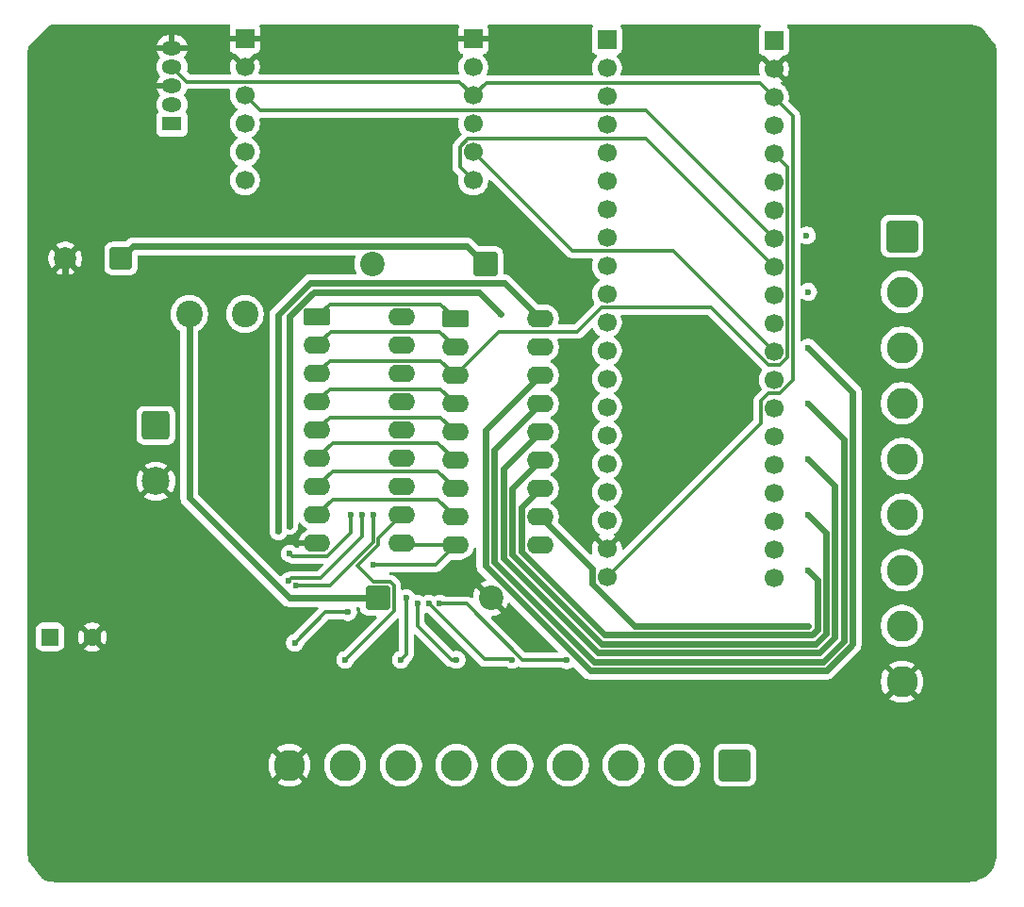
<source format=gbr>
%TF.GenerationSoftware,KiCad,Pcbnew,9.0.4-1.fc42*%
%TF.CreationDate,2025-10-01T21:15:53+08:00*%
%TF.ProjectId,lan_outlet,6c616e5f-6f75-4746-9c65-742e6b696361,rev?*%
%TF.SameCoordinates,Original*%
%TF.FileFunction,Copper,L2,Bot*%
%TF.FilePolarity,Positive*%
%FSLAX46Y46*%
G04 Gerber Fmt 4.6, Leading zero omitted, Abs format (unit mm)*
G04 Created by KiCad (PCBNEW 9.0.4-1.fc42) date 2025-10-01 21:15:53*
%MOMM*%
%LPD*%
G01*
G04 APERTURE LIST*
G04 Aperture macros list*
%AMRoundRect*
0 Rectangle with rounded corners*
0 $1 Rounding radius*
0 $2 $3 $4 $5 $6 $7 $8 $9 X,Y pos of 4 corners*
0 Add a 4 corners polygon primitive as box body*
4,1,4,$2,$3,$4,$5,$6,$7,$8,$9,$2,$3,0*
0 Add four circle primitives for the rounded corners*
1,1,$1+$1,$2,$3*
1,1,$1+$1,$4,$5*
1,1,$1+$1,$6,$7*
1,1,$1+$1,$8,$9*
0 Add four rect primitives between the rounded corners*
20,1,$1+$1,$2,$3,$4,$5,0*
20,1,$1+$1,$4,$5,$6,$7,0*
20,1,$1+$1,$6,$7,$8,$9,0*
20,1,$1+$1,$8,$9,$2,$3,0*%
G04 Aperture macros list end*
%TA.AperFunction,ComponentPad*%
%ADD10C,6.400000*%
%TD*%
%TA.AperFunction,ComponentPad*%
%ADD11R,1.700000X1.700000*%
%TD*%
%TA.AperFunction,ComponentPad*%
%ADD12C,1.700000*%
%TD*%
%TA.AperFunction,ComponentPad*%
%ADD13RoundRect,0.250000X-0.950000X-0.550000X0.950000X-0.550000X0.950000X0.550000X-0.950000X0.550000X0*%
%TD*%
%TA.AperFunction,ComponentPad*%
%ADD14O,2.400000X1.600000*%
%TD*%
%TA.AperFunction,ComponentPad*%
%ADD15R,1.800000X1.275000*%
%TD*%
%TA.AperFunction,ComponentPad*%
%ADD16O,1.800000X1.275000*%
%TD*%
%TA.AperFunction,ComponentPad*%
%ADD17C,2.400000*%
%TD*%
%TA.AperFunction,ComponentPad*%
%ADD18RoundRect,0.250001X1.149999X1.149999X-1.149999X1.149999X-1.149999X-1.149999X1.149999X-1.149999X0*%
%TD*%
%TA.AperFunction,ComponentPad*%
%ADD19C,2.800000*%
%TD*%
%TA.AperFunction,ComponentPad*%
%ADD20RoundRect,0.250001X-1.149999X1.149999X-1.149999X-1.149999X1.149999X-1.149999X1.149999X1.149999X0*%
%TD*%
%TA.AperFunction,ComponentPad*%
%ADD21RoundRect,0.250000X-1.000000X1.000000X-1.000000X-1.000000X1.000000X-1.000000X1.000000X1.000000X0*%
%TD*%
%TA.AperFunction,ComponentPad*%
%ADD22C,2.500000*%
%TD*%
%TA.AperFunction,ComponentPad*%
%ADD23RoundRect,0.249999X-0.850001X-0.850001X0.850001X-0.850001X0.850001X0.850001X-0.850001X0.850001X0*%
%TD*%
%TA.AperFunction,ComponentPad*%
%ADD24C,2.200000*%
%TD*%
%TA.AperFunction,ComponentPad*%
%ADD25RoundRect,0.249999X0.850001X0.850001X-0.850001X0.850001X-0.850001X-0.850001X0.850001X-0.850001X0*%
%TD*%
%TA.AperFunction,ComponentPad*%
%ADD26RoundRect,0.250000X-0.550000X-0.550000X0.550000X-0.550000X0.550000X0.550000X-0.550000X0.550000X0*%
%TD*%
%TA.AperFunction,ComponentPad*%
%ADD27C,1.600000*%
%TD*%
%TA.AperFunction,ComponentPad*%
%ADD28RoundRect,0.250000X0.750000X0.750000X-0.750000X0.750000X-0.750000X-0.750000X0.750000X-0.750000X0*%
%TD*%
%TA.AperFunction,ComponentPad*%
%ADD29C,2.000000*%
%TD*%
%TA.AperFunction,ViaPad*%
%ADD30C,0.600000*%
%TD*%
%TA.AperFunction,Conductor*%
%ADD31C,0.300000*%
%TD*%
%TA.AperFunction,Conductor*%
%ADD32C,0.600000*%
%TD*%
G04 APERTURE END LIST*
D10*
%TO.P,H4,1,1*%
%TO.N,GND*%
X177500000Y-131500000D03*
%TD*%
%TO.P,H3,1,1*%
%TO.N,GND*%
X100500000Y-131500000D03*
%TD*%
%TO.P,H2,1,1*%
%TO.N,GND*%
X177500000Y-63500000D03*
%TD*%
%TO.P,H1,1,1*%
%TO.N,GND*%
X100500000Y-63500000D03*
%TD*%
D11*
%TO.P,W5500_right1,1,Pin_1*%
%TO.N,GND*%
X135500000Y-60300000D03*
D12*
%TO.P,W5500_right1,2,Pin_2*%
%TO.N,+3.3V*%
X135500000Y-62840000D03*
%TO.P,W5500_right1,3,Pin_3*%
X135500000Y-65380000D03*
%TO.P,W5500_right1,4,Pin_4*%
%TO.N,unconnected-(W5500_right1-Pin_4-Pad4)*%
X135500000Y-67920000D03*
%TO.P,W5500_right1,5,Pin_5*%
%TO.N,RST*%
X135500000Y-70460000D03*
%TO.P,W5500_right1,6,Pin_6*%
%TO.N,MISO*%
X135500000Y-73000000D03*
%TD*%
D11*
%TO.P,W5500_left1,1,Pin_1*%
%TO.N,GND*%
X115000000Y-60260000D03*
D12*
%TO.P,W5500_left1,2,Pin_2*%
X115000000Y-62800000D03*
%TO.P,W5500_left1,3,Pin_3*%
%TO.N,MOSI*%
X115000000Y-65340000D03*
%TO.P,W5500_left1,4,Pin_4*%
%TO.N,SCK*%
X115000000Y-67880000D03*
%TO.P,W5500_left1,5,Pin_5*%
%TO.N,CS*%
X115000000Y-70420000D03*
%TO.P,W5500_left1,6,Pin_6*%
%TO.N,unconnected-(W5500_left1-Pin_6-Pad6)*%
X115000000Y-72960000D03*
%TD*%
D13*
%TO.P,U3,1,I1*%
%TO.N,OUT1*%
X121500000Y-85260000D03*
D14*
%TO.P,U3,2,I2*%
%TO.N,OUT2*%
X121500000Y-87800000D03*
%TO.P,U3,3,I3*%
%TO.N,OUT3*%
X121500000Y-90340000D03*
%TO.P,U3,4,I4*%
%TO.N,OUT4*%
X121500000Y-92880000D03*
%TO.P,U3,5,I5*%
%TO.N,OUT5*%
X121500000Y-95420000D03*
%TO.P,U3,6,I6*%
%TO.N,OUT6*%
X121500000Y-97960000D03*
%TO.P,U3,7,I7*%
%TO.N,OUT7*%
X121500000Y-100500000D03*
%TO.P,U3,8,I8*%
%TO.N,OUT8*%
X121500000Y-103040000D03*
%TO.P,U3,9,GND*%
%TO.N,GND*%
X121500000Y-105580000D03*
%TO.P,U3,10,COM*%
%TO.N,Net-(D1-K)*%
X129120000Y-105580000D03*
%TO.P,U3,11,O8*%
%TO.N,Net-(U3-O8)*%
X129120000Y-103040000D03*
%TO.P,U3,12,O7*%
%TO.N,Net-(U3-O7)*%
X129120000Y-100500000D03*
%TO.P,U3,13,O6*%
%TO.N,Net-(U3-O6)*%
X129120000Y-97960000D03*
%TO.P,U3,14,O5*%
%TO.N,Net-(U3-O5)*%
X129120000Y-95420000D03*
%TO.P,U3,15,O4*%
%TO.N,Net-(U3-O4)*%
X129120000Y-92880000D03*
%TO.P,U3,16,O3*%
%TO.N,Net-(U3-O3)*%
X129120000Y-90340000D03*
%TO.P,U3,17,O2*%
%TO.N,Net-(U3-O2)*%
X129120000Y-87800000D03*
%TO.P,U3,18,O1*%
%TO.N,Net-(U3-O1)*%
X129120000Y-85260000D03*
%TD*%
D13*
%TO.P,U2,1,IN1*%
%TO.N,OUT1*%
X133880000Y-85420000D03*
D14*
%TO.P,U2,2,IN2*%
%TO.N,OUT2*%
X133880000Y-87960000D03*
%TO.P,U2,3,IN3*%
%TO.N,OUT3*%
X133880000Y-90500000D03*
%TO.P,U2,4,IN4*%
%TO.N,OUT4*%
X133880000Y-93040000D03*
%TO.P,U2,5,IN5*%
%TO.N,OUT5*%
X133880000Y-95580000D03*
%TO.P,U2,6,IN6*%
%TO.N,OUT6*%
X133880000Y-98120000D03*
%TO.P,U2,7,IN7*%
%TO.N,OUT7*%
X133880000Y-100660000D03*
%TO.P,U2,8,IN8*%
%TO.N,OUT8*%
X133880000Y-103200000D03*
%TO.P,U2,9,VS*%
%TO.N,Net-(D1-K)*%
X133880000Y-105740000D03*
%TO.P,U2,10,GND*%
%TO.N,GND*%
X141500000Y-105740000D03*
%TO.P,U2,11,OUT8*%
%TO.N,Net-(U2-OUT8)*%
X141500000Y-103200000D03*
%TO.P,U2,12,OUT7*%
%TO.N,Net-(U2-OUT7)*%
X141500000Y-100660000D03*
%TO.P,U2,13,OUT6*%
%TO.N,Net-(U2-OUT6)*%
X141500000Y-98120000D03*
%TO.P,U2,14,OUT5*%
%TO.N,Net-(U2-OUT5)*%
X141500000Y-95580000D03*
%TO.P,U2,15,OUT4*%
%TO.N,Net-(U2-OUT4)*%
X141500000Y-93040000D03*
%TO.P,U2,16,OUT3*%
%TO.N,Net-(U2-OUT3)*%
X141500000Y-90500000D03*
%TO.P,U2,17,OUT2*%
%TO.N,Net-(U2-OUT2)*%
X141500000Y-87960000D03*
%TO.P,U2,18,OUT1*%
%TO.N,Net-(U2-OUT1)*%
X141500000Y-85420000D03*
%TD*%
D15*
%TO.P,U1,1,VIN*%
%TO.N,Net-(D1-K)*%
X108450000Y-67900000D03*
D16*
%TO.P,U1,2,OUT*%
%TO.N,Net-(D2-K)*%
X108450000Y-66200000D03*
%TO.P,U1,3,GND*%
%TO.N,GND*%
X108450000Y-64500000D03*
%TO.P,U1,4,FB*%
%TO.N,+3.3V*%
X108450000Y-62800000D03*
%TO.P,U1,5,~{ON}/OFF*%
%TO.N,GND*%
X108450000Y-61100000D03*
%TD*%
D17*
%TO.P,L1,1,1*%
%TO.N,Net-(D2-K)*%
X110000000Y-85000000D03*
%TO.P,L1,2,2*%
%TO.N,+3.3V*%
X115000000Y-85000000D03*
%TD*%
D18*
%TO.P,J3,1,Pin_1*%
%TO.N,Net-(J3-Pin_1)*%
X159000000Y-125500000D03*
D19*
%TO.P,J3,2,Pin_2*%
%TO.N,Net-(J3-Pin_2)*%
X154000000Y-125500000D03*
%TO.P,J3,3,Pin_3*%
%TO.N,Net-(J3-Pin_3)*%
X149000000Y-125500000D03*
%TO.P,J3,4,Pin_4*%
%TO.N,Net-(J3-Pin_4)*%
X144000000Y-125500000D03*
%TO.P,J3,5,Pin_5*%
%TO.N,Net-(J3-Pin_5)*%
X139000000Y-125500000D03*
%TO.P,J3,6,Pin_6*%
%TO.N,Net-(J3-Pin_6)*%
X134000000Y-125500000D03*
%TO.P,J3,7,Pin_7*%
%TO.N,Net-(J3-Pin_7)*%
X129000000Y-125500000D03*
%TO.P,J3,8,Pin_8*%
%TO.N,Net-(J3-Pin_8)*%
X124000000Y-125500000D03*
%TO.P,J3,9,Pin_9*%
%TO.N,GND*%
X119000000Y-125500000D03*
%TD*%
D20*
%TO.P,J2,1,Pin_1*%
%TO.N,Net-(J2-Pin_1)*%
X174000000Y-78000000D03*
D19*
%TO.P,J2,2,Pin_2*%
%TO.N,Net-(J2-Pin_2)*%
X174000000Y-83000000D03*
%TO.P,J2,3,Pin_3*%
%TO.N,Net-(J2-Pin_3)*%
X174000000Y-88000000D03*
%TO.P,J2,4,Pin_4*%
%TO.N,Net-(J2-Pin_4)*%
X174000000Y-93000000D03*
%TO.P,J2,5,Pin_5*%
%TO.N,Net-(J2-Pin_5)*%
X174000000Y-98000000D03*
%TO.P,J2,6,Pin_6*%
%TO.N,Net-(J2-Pin_6)*%
X174000000Y-103000000D03*
%TO.P,J2,7,Pin_7*%
%TO.N,Net-(J2-Pin_7)*%
X174000000Y-108000000D03*
%TO.P,J2,8,Pin_8*%
%TO.N,Net-(J2-Pin_8)*%
X174000000Y-113000000D03*
%TO.P,J2,9,Pin_9*%
%TO.N,GND*%
X174000000Y-118000000D03*
%TD*%
D21*
%TO.P,J1,1,Pin_1*%
%TO.N,Net-(D1-A)*%
X107000000Y-95000000D03*
D22*
%TO.P,J1,2,Pin_2*%
%TO.N,GND*%
X107000000Y-100000000D03*
%TD*%
D23*
%TO.P,D2,1,K*%
%TO.N,Net-(D2-K)*%
X126920000Y-110500000D03*
D24*
%TO.P,D2,2,A*%
%TO.N,GND*%
X137080000Y-110500000D03*
%TD*%
D25*
%TO.P,D1,1,K*%
%TO.N,Net-(D1-K)*%
X136580000Y-80500000D03*
D24*
%TO.P,D1,2,A*%
%TO.N,Net-(D1-A)*%
X126420000Y-80500000D03*
%TD*%
D26*
%TO.P,C6,1*%
%TO.N,+3.3V*%
X97500000Y-114000000D03*
D27*
%TO.P,C6,2*%
%TO.N,GND*%
X101300000Y-114000000D03*
%TD*%
D28*
%TO.P,C2,1*%
%TO.N,Net-(D1-K)*%
X103867677Y-80000000D03*
D29*
%TO.P,C2,2*%
%TO.N,GND*%
X98867677Y-80000000D03*
%TD*%
D11*
%TO.P,Black_pill_right1,1,Pin_1*%
%TO.N,unconnected-(Black_pill_right1-Pin_1-Pad1)*%
X162500000Y-60420000D03*
D12*
%TO.P,Black_pill_right1,2,Pin_2*%
%TO.N,GND*%
X162500000Y-62960000D03*
%TO.P,Black_pill_right1,3,Pin_3*%
%TO.N,+3.3V*%
X162500000Y-65500000D03*
%TO.P,Black_pill_right1,4,Pin_4*%
%TO.N,unconnected-(Black_pill_right1-Pin_4-Pad4)*%
X162500000Y-68040000D03*
%TO.P,Black_pill_right1,5,Pin_5*%
%TO.N,OUT3*%
X162500000Y-70580000D03*
%TO.P,Black_pill_right1,6,Pin_6*%
%TO.N,OUT2*%
X162500000Y-73120000D03*
%TO.P,Black_pill_right1,7,Pin_7*%
%TO.N,OUT1*%
X162500000Y-75660000D03*
%TO.P,Black_pill_right1,8,Pin_8*%
%TO.N,MOSI*%
X162500000Y-78200000D03*
%TO.P,Black_pill_right1,9,Pin_9*%
%TO.N,MISO*%
X162500000Y-80740000D03*
%TO.P,Black_pill_right1,10,Pin_10*%
%TO.N,SCK*%
X162500000Y-83280000D03*
%TO.P,Black_pill_right1,11,Pin_11*%
%TO.N,CS*%
X162500000Y-85820000D03*
%TO.P,Black_pill_right1,12,Pin_12*%
%TO.N,RST*%
X162500000Y-88360000D03*
%TO.P,Black_pill_right1,13,Pin_13*%
%TO.N,unconnected-(Black_pill_right1-Pin_13-Pad13)*%
X162500000Y-90900000D03*
%TO.P,Black_pill_right1,14,Pin_14*%
%TO.N,unconnected-(Black_pill_right1-Pin_14-Pad14)*%
X162500000Y-93440000D03*
%TO.P,Black_pill_right1,15,Pin_15*%
%TO.N,unconnected-(Black_pill_right1-Pin_15-Pad15)*%
X162500000Y-95980000D03*
%TO.P,Black_pill_right1,16,Pin_16*%
%TO.N,unconnected-(Black_pill_right1-Pin_16-Pad16)*%
X162500000Y-98520000D03*
%TO.P,Black_pill_right1,17,Pin_17*%
%TO.N,unconnected-(Black_pill_right1-Pin_17-Pad17)*%
X162500000Y-101060000D03*
%TO.P,Black_pill_right1,18,Pin_18*%
%TO.N,unconnected-(Black_pill_right1-Pin_18-Pad18)*%
X162500000Y-103600000D03*
%TO.P,Black_pill_right1,19,Pin_19*%
%TO.N,unconnected-(Black_pill_right1-Pin_19-Pad19)*%
X162500000Y-106140000D03*
%TO.P,Black_pill_right1,20,Pin_20*%
%TO.N,unconnected-(Black_pill_right1-Pin_20-Pad20)*%
X162500000Y-108680000D03*
%TD*%
D11*
%TO.P,Black_pill_left1,1,Pin_1*%
%TO.N,unconnected-(Black_pill_left1-Pin_1-Pad1)*%
X147500000Y-60340000D03*
D12*
%TO.P,Black_pill_left1,2,Pin_2*%
%TO.N,unconnected-(Black_pill_left1-Pin_2-Pad2)*%
X147500000Y-62880000D03*
%TO.P,Black_pill_left1,3,Pin_3*%
%TO.N,unconnected-(Black_pill_left1-Pin_3-Pad3)*%
X147500000Y-65420000D03*
%TO.P,Black_pill_left1,4,Pin_4*%
%TO.N,unconnected-(Black_pill_left1-Pin_4-Pad4)*%
X147500000Y-67960000D03*
%TO.P,Black_pill_left1,5,Pin_5*%
%TO.N,unconnected-(Black_pill_left1-Pin_5-Pad5)*%
X147500000Y-70500000D03*
%TO.P,Black_pill_left1,6,Pin_6*%
%TO.N,unconnected-(Black_pill_left1-Pin_6-Pad6)*%
X147500000Y-73040000D03*
%TO.P,Black_pill_left1,7,Pin_7*%
%TO.N,Net-(Black_pill_left1-Pin_7)*%
X147500000Y-75580000D03*
%TO.P,Black_pill_left1,8,Pin_8*%
%TO.N,unconnected-(Black_pill_left1-Pin_8-Pad8)*%
X147500000Y-78120000D03*
%TO.P,Black_pill_left1,9,Pin_9*%
%TO.N,unconnected-(Black_pill_left1-Pin_9-Pad9)*%
X147500000Y-80660000D03*
%TO.P,Black_pill_left1,10,Pin_10*%
%TO.N,unconnected-(Black_pill_left1-Pin_10-Pad10)*%
X147500000Y-83200000D03*
%TO.P,Black_pill_left1,11,Pin_11*%
%TO.N,OUT4*%
X147500000Y-85740000D03*
%TO.P,Black_pill_left1,12,Pin_12*%
%TO.N,OUT5*%
X147500000Y-88280000D03*
%TO.P,Black_pill_left1,13,Pin_13*%
%TO.N,OUT6*%
X147500000Y-90820000D03*
%TO.P,Black_pill_left1,14,Pin_14*%
%TO.N,OUT7*%
X147500000Y-93360000D03*
%TO.P,Black_pill_left1,15,Pin_15*%
%TO.N,OUT8*%
X147500000Y-95900000D03*
%TO.P,Black_pill_left1,16,Pin_16*%
%TO.N,unconnected-(Black_pill_left1-Pin_16-Pad16)*%
X147500000Y-98440000D03*
%TO.P,Black_pill_left1,17,Pin_17*%
%TO.N,unconnected-(Black_pill_left1-Pin_17-Pad17)*%
X147500000Y-100980000D03*
%TO.P,Black_pill_left1,18,Pin_18*%
%TO.N,unconnected-(Black_pill_left1-Pin_18-Pad18)*%
X147500000Y-103520000D03*
%TO.P,Black_pill_left1,19,Pin_19*%
%TO.N,GND*%
X147500000Y-106060000D03*
%TO.P,Black_pill_left1,20,Pin_20*%
%TO.N,+3.3V*%
X147500000Y-108600000D03*
%TD*%
D30*
%TO.N,GND*%
X111500000Y-99500000D03*
%TO.N,Net-(D1-K)*%
X126500000Y-107500000D03*
%TO.N,Net-(U3-O1)*%
X119005833Y-106494167D03*
X124255833Y-111744167D03*
X119500000Y-114500000D03*
X124500000Y-103000000D03*
%TO.N,Net-(U3-O2)*%
X125500000Y-103000000D03*
X118938883Y-108963245D03*
%TO.N,Net-(U3-O3)*%
X119624461Y-109375539D03*
X126500000Y-103000000D03*
%TO.N,Net-(U3-O4)*%
X132500000Y-111000000D03*
X143928798Y-116071202D03*
%TO.N,Net-(U3-O5)*%
X131500000Y-111000000D03*
X139000000Y-116037500D03*
%TO.N,Net-(U3-O6)*%
X130500000Y-111000000D03*
X134000000Y-116037500D03*
%TO.N,Net-(U3-O7)*%
X129500000Y-110500000D03*
X129000000Y-116037500D03*
%TO.N,Net-(U3-O8)*%
X124000000Y-116037500D03*
%TO.N,Net-(U2-OUT1)*%
X118000000Y-104500000D03*
X165441770Y-77944009D03*
%TO.N,Net-(U2-OUT2)*%
X138000000Y-85000000D03*
X119000000Y-104000000D03*
X165575000Y-83000000D03*
%TO.N,Net-(U2-OUT3)*%
X165575000Y-88000000D03*
%TO.N,Net-(U2-OUT4)*%
X165575000Y-93000000D03*
%TO.N,Net-(U2-OUT5)*%
X165575000Y-98000000D03*
%TO.N,Net-(U2-OUT6)*%
X165575000Y-103000000D03*
%TO.N,Net-(U2-OUT7)*%
X165537500Y-108000000D03*
%TO.N,Net-(U2-OUT8)*%
X165575000Y-113000000D03*
%TD*%
D31*
%TO.N,GND*%
X117580000Y-105580000D02*
X111500000Y-99500000D01*
X121500000Y-105580000D02*
X117580000Y-105580000D01*
%TO.N,Net-(D1-K)*%
X132120000Y-107500000D02*
X126500000Y-107500000D01*
X133880000Y-105740000D02*
X132120000Y-107500000D01*
%TO.N,Net-(U3-O8)*%
X129120000Y-103040000D02*
X127001000Y-105159000D01*
X128025870Y-109049000D02*
X128371000Y-109394130D01*
X127001000Y-105159000D02*
X127001000Y-105707520D01*
X127001000Y-105707520D02*
X125104260Y-107604260D01*
X126549000Y-109049000D02*
X128025870Y-109049000D01*
X125104260Y-107604260D02*
X126549000Y-109049000D01*
X128371000Y-111666500D02*
X124000000Y-116037500D01*
X128371000Y-109394130D02*
X128371000Y-111666500D01*
%TO.N,Net-(D1-K)*%
X133880000Y-105740000D02*
X129280000Y-105740000D01*
X129280000Y-105740000D02*
X129120000Y-105580000D01*
%TO.N,+3.3V*%
X147500000Y-108600000D02*
X161299000Y-94801000D01*
X161299000Y-94801000D02*
X161299000Y-92804529D01*
X161299000Y-92804529D02*
X162002529Y-92101000D01*
X162002529Y-92101000D02*
X162997471Y-92101000D01*
X162997471Y-92101000D02*
X164202000Y-90896471D01*
X164202000Y-90896471D02*
X164202000Y-67202000D01*
X164202000Y-67202000D02*
X162500000Y-65500000D01*
%TO.N,Net-(U3-O1)*%
X119500000Y-114500000D02*
X122255833Y-111744167D01*
X122255833Y-111744167D02*
X124255833Y-111744167D01*
X119005833Y-106494167D02*
X119242666Y-106731000D01*
X122376760Y-106731000D02*
X124500000Y-104607760D01*
X124500000Y-104607760D02*
X124500000Y-103000000D01*
X119242666Y-106731000D02*
X122376760Y-106731000D01*
%TO.N,Net-(U3-O2)*%
X125500000Y-103000000D02*
X125500000Y-105000000D01*
X121775461Y-108724539D02*
X119177589Y-108724539D01*
X125500000Y-105000000D02*
X121775461Y-108724539D01*
X119177589Y-108724539D02*
X118938883Y-108963245D01*
%TO.N,Net-(U3-O3)*%
X126500000Y-103000000D02*
X126500000Y-105500000D01*
X126500000Y-105500000D02*
X122624461Y-109375539D01*
X122624461Y-109375539D02*
X119624461Y-109375539D01*
%TO.N,Net-(U3-O4)*%
X139954356Y-116071202D02*
X143928798Y-116071202D01*
X134883154Y-111000000D02*
X139954356Y-116071202D01*
X132500000Y-111000000D02*
X134883154Y-111000000D01*
%TO.N,Net-(U3-O5)*%
X131500000Y-111000000D02*
X136500000Y-116000000D01*
X136500000Y-116000000D02*
X138962500Y-116000000D01*
X138962500Y-116000000D02*
X139000000Y-116037500D01*
%TO.N,Net-(U3-O6)*%
X130500000Y-113000000D02*
X133537500Y-116037500D01*
X133537500Y-116037500D02*
X134000000Y-116037500D01*
X130500000Y-111000000D02*
X130500000Y-113000000D01*
%TO.N,Net-(U3-O7)*%
X129500000Y-110500000D02*
X129500000Y-115537500D01*
X129500000Y-115537500D02*
X129000000Y-116037500D01*
D32*
%TO.N,GND*%
X177500000Y-63500000D02*
X180500000Y-66500000D01*
X180500000Y-66500000D02*
X180500000Y-128500000D01*
X180500000Y-128500000D02*
X177500000Y-131500000D01*
D31*
%TO.N,+3.3V*%
X135500000Y-65380000D02*
X134259000Y-64139000D01*
X134259000Y-64139000D02*
X109789000Y-64139000D01*
X109789000Y-64139000D02*
X108450000Y-62800000D01*
X162500000Y-65500000D02*
X161219000Y-64219000D01*
X161219000Y-64219000D02*
X136661000Y-64219000D01*
X136661000Y-64219000D02*
X135500000Y-65380000D01*
D32*
%TO.N,GND*%
X107000000Y-100000000D02*
X98867677Y-91867677D01*
X98867677Y-91867677D02*
X98867677Y-80000000D01*
%TO.N,Net-(U2-OUT1)*%
X141500000Y-85420000D02*
X138279000Y-82199000D01*
X138279000Y-82199000D02*
X120859212Y-82199000D01*
X120859212Y-82199000D02*
X118000000Y-85058212D01*
X118000000Y-85058212D02*
X118000000Y-104500000D01*
%TO.N,Net-(D2-K)*%
X126920000Y-110500000D02*
X119000000Y-110500000D01*
X119000000Y-110500000D02*
X110000000Y-101500000D01*
X110000000Y-101500000D02*
X110000000Y-85000000D01*
%TO.N,Net-(U2-OUT2)*%
X121190998Y-83000000D02*
X119000000Y-85190998D01*
X138000000Y-85000000D02*
X136000000Y-83000000D01*
X136000000Y-83000000D02*
X121190998Y-83000000D01*
X119000000Y-85190998D02*
X119000000Y-104000000D01*
%TO.N,Net-(U2-OUT3)*%
X141500000Y-90500000D02*
X136595002Y-95404998D01*
X145993968Y-117005000D02*
X167233922Y-117005000D01*
X136595002Y-95404998D02*
X136595002Y-107606036D01*
X136595002Y-107606036D02*
X145993968Y-117005000D01*
X167233922Y-117005000D02*
X169580000Y-114658922D01*
X169580000Y-114658922D02*
X169580000Y-92005000D01*
X169580000Y-92005000D02*
X165575000Y-88000000D01*
%TO.N,Net-(U2-OUT4)*%
X141500000Y-93040000D02*
X137396002Y-97143998D01*
X137396002Y-97143998D02*
X137396002Y-107274250D01*
X137396002Y-107274250D02*
X146325753Y-116204000D01*
X146325753Y-116204000D02*
X166902141Y-116204000D01*
X166902141Y-116204000D02*
X168779000Y-114327138D01*
X168779000Y-114327138D02*
X168779000Y-96204000D01*
X168779000Y-96204000D02*
X165575000Y-93000000D01*
%TO.N,Net-(U2-OUT5)*%
X141500000Y-95580000D02*
X138197001Y-98882999D01*
X138197001Y-98882999D02*
X138197001Y-106942464D01*
X138197001Y-106942464D02*
X146657538Y-115403000D01*
X146657538Y-115403000D02*
X166570355Y-115403000D01*
X166570355Y-115403000D02*
X167978000Y-113995354D01*
X167978000Y-113995354D02*
X167978000Y-100403000D01*
X167978000Y-100403000D02*
X165575000Y-98000000D01*
%TO.N,Net-(U2-OUT6)*%
X141500000Y-98120000D02*
X138998000Y-100622000D01*
X138998000Y-100622000D02*
X138998000Y-106610678D01*
X138998000Y-106610678D02*
X146989323Y-114602000D01*
X146989323Y-114602000D02*
X166238569Y-114602000D01*
X166238569Y-114602000D02*
X167177000Y-113663569D01*
X167177000Y-104602000D02*
X165575000Y-103000000D01*
X167177000Y-113663569D02*
X167177000Y-104602000D01*
%TO.N,Net-(U2-OUT7)*%
X141500000Y-100660000D02*
X139799000Y-102361000D01*
X139799000Y-102361000D02*
X139799000Y-106278892D01*
X139799000Y-106278892D02*
X147321108Y-113801000D01*
X147321108Y-113801000D02*
X165906786Y-113801000D01*
X165906786Y-113801000D02*
X166376000Y-113331785D01*
X166376000Y-113331785D02*
X166376000Y-108838500D01*
X166376000Y-108838500D02*
X165537500Y-108000000D01*
%TO.N,Net-(U2-OUT8)*%
X146149000Y-109159603D02*
X149989397Y-113000000D01*
X141500000Y-103200000D02*
X146149000Y-107849000D01*
X146149000Y-107849000D02*
X146149000Y-109159603D01*
X149989397Y-113000000D02*
X165575000Y-113000000D01*
D31*
%TO.N,OUT3*%
X133880000Y-90500000D02*
X137809000Y-86571000D01*
X137809000Y-86571000D02*
X144832529Y-86571000D01*
X163701000Y-88857471D02*
X163701000Y-71781000D01*
X163701000Y-71781000D02*
X162500000Y-70580000D01*
X144832529Y-86571000D02*
X147002529Y-84401000D01*
X147002529Y-84401000D02*
X156842529Y-84401000D01*
X156842529Y-84401000D02*
X162002529Y-89561000D01*
X162997471Y-89561000D02*
X163701000Y-88857471D01*
X162002529Y-89561000D02*
X162997471Y-89561000D01*
%TO.N,MOSI*%
X115000000Y-65340000D02*
X116379000Y-66719000D01*
X116379000Y-66719000D02*
X151019000Y-66719000D01*
X151019000Y-66719000D02*
X162500000Y-78200000D01*
%TO.N,MISO*%
X135500000Y-73000000D02*
X134299000Y-71799000D01*
X134299000Y-71799000D02*
X134299000Y-69962529D01*
X134299000Y-69962529D02*
X135002529Y-69259000D01*
X135002529Y-69259000D02*
X151019000Y-69259000D01*
X151019000Y-69259000D02*
X162500000Y-80740000D01*
%TO.N,RST*%
X135500000Y-70460000D02*
X144361000Y-79321000D01*
X144361000Y-79321000D02*
X153461000Y-79321000D01*
X153461000Y-79321000D02*
X162500000Y-88360000D01*
%TO.N,OUT8*%
X121500000Y-103040000D02*
X122889000Y-101651000D01*
X122889000Y-101651000D02*
X132331000Y-101651000D01*
X132331000Y-101651000D02*
X133880000Y-103200000D01*
%TO.N,OUT7*%
X121500000Y-100500000D02*
X122889000Y-99111000D01*
X122889000Y-99111000D02*
X132331000Y-99111000D01*
X132331000Y-99111000D02*
X133880000Y-100660000D01*
%TO.N,OUT6*%
X121500000Y-97960000D02*
X122889000Y-96571000D01*
X122889000Y-96571000D02*
X132331000Y-96571000D01*
X132331000Y-96571000D02*
X133880000Y-98120000D01*
%TO.N,OUT5*%
X121500000Y-95420000D02*
X122651000Y-94269000D01*
X122651000Y-94269000D02*
X132569000Y-94269000D01*
X132569000Y-94269000D02*
X133880000Y-95580000D01*
%TO.N,OUT4*%
X121500000Y-92880000D02*
X122651000Y-91729000D01*
X122651000Y-91729000D02*
X132569000Y-91729000D01*
X132569000Y-91729000D02*
X133880000Y-93040000D01*
%TO.N,OUT3*%
X121500000Y-90340000D02*
X122651000Y-89189000D01*
X122651000Y-89189000D02*
X132569000Y-89189000D01*
X132569000Y-89189000D02*
X133880000Y-90500000D01*
%TO.N,OUT2*%
X121500000Y-87800000D02*
X122729000Y-86571000D01*
X122729000Y-86571000D02*
X132491000Y-86571000D01*
X132491000Y-86571000D02*
X133880000Y-87960000D01*
%TO.N,OUT1*%
X121500000Y-85260000D02*
X122651000Y-84109000D01*
X122651000Y-84109000D02*
X132569000Y-84109000D01*
X132569000Y-84109000D02*
X133880000Y-85420000D01*
D32*
%TO.N,GND*%
X119000000Y-125500000D02*
X113000000Y-131500000D01*
X113000000Y-131500000D02*
X100500000Y-131500000D01*
%TO.N,Net-(D1-K)*%
X136580000Y-80500000D02*
X136500000Y-80500000D01*
X136500000Y-80500000D02*
X134899000Y-78899000D01*
X104968677Y-78899000D02*
X103867677Y-80000000D01*
X134899000Y-78899000D02*
X104968677Y-78899000D01*
%TD*%
%TA.AperFunction,Conductor*%
%TO.N,GND*%
G36*
X113657533Y-59020185D02*
G01*
X113703288Y-59072989D01*
X113713232Y-59142147D01*
X113706676Y-59167833D01*
X113656403Y-59302620D01*
X113656401Y-59302627D01*
X113650000Y-59362155D01*
X113650000Y-60010000D01*
X114566988Y-60010000D01*
X114534075Y-60067007D01*
X114500000Y-60194174D01*
X114500000Y-60325826D01*
X114534075Y-60452993D01*
X114566988Y-60510000D01*
X113650000Y-60510000D01*
X113650000Y-61157844D01*
X113656401Y-61217372D01*
X113656403Y-61217379D01*
X113706645Y-61352086D01*
X113706649Y-61352093D01*
X113792809Y-61467187D01*
X113792812Y-61467190D01*
X113907906Y-61553350D01*
X113907913Y-61553354D01*
X114042620Y-61603596D01*
X114042619Y-61603596D01*
X114125444Y-61612501D01*
X114125116Y-61615550D01*
X114142014Y-61614642D01*
X114201196Y-61647642D01*
X114870591Y-62317037D01*
X114807007Y-62334075D01*
X114692993Y-62399901D01*
X114599901Y-62492993D01*
X114534075Y-62607007D01*
X114517037Y-62670591D01*
X113884728Y-62038282D01*
X113884727Y-62038282D01*
X113845380Y-62092439D01*
X113748904Y-62281782D01*
X113683242Y-62483869D01*
X113683242Y-62483872D01*
X113650000Y-62693753D01*
X113650000Y-62906246D01*
X113683242Y-63116127D01*
X113683242Y-63116130D01*
X113750411Y-63322854D01*
X113749086Y-63323284D01*
X113755892Y-63386501D01*
X113724625Y-63448984D01*
X113664540Y-63484644D01*
X113633859Y-63488500D01*
X110109808Y-63488500D01*
X110042769Y-63468815D01*
X110022127Y-63452181D01*
X109830583Y-63260637D01*
X109797098Y-63199314D01*
X109800332Y-63134640D01*
X109822479Y-63066482D01*
X109846060Y-62917597D01*
X109850500Y-62889568D01*
X109850500Y-62710431D01*
X109827268Y-62563757D01*
X109822479Y-62533518D01*
X109767126Y-62363160D01*
X109685805Y-62203558D01*
X109580518Y-62058643D01*
X109559202Y-62037327D01*
X109525717Y-61976004D01*
X109530701Y-61906312D01*
X109559202Y-61861965D01*
X109580133Y-61841033D01*
X109580133Y-61841032D01*
X109685376Y-61696180D01*
X109766659Y-61536652D01*
X109821991Y-61366359D01*
X109824583Y-61350000D01*
X108940748Y-61350000D01*
X108962518Y-61312292D01*
X109000000Y-61172409D01*
X109000000Y-61027591D01*
X108962518Y-60887708D01*
X108940748Y-60850000D01*
X109824583Y-60850000D01*
X109821991Y-60833640D01*
X109766659Y-60663347D01*
X109691039Y-60514933D01*
X109691038Y-60514931D01*
X109685378Y-60503821D01*
X109580133Y-60358967D01*
X109580133Y-60358966D01*
X109453533Y-60232366D01*
X109308680Y-60127123D01*
X109149152Y-60045840D01*
X108978859Y-59990508D01*
X108802022Y-59962500D01*
X108700000Y-59962500D01*
X108700000Y-60609252D01*
X108662292Y-60587482D01*
X108522409Y-60550000D01*
X108377591Y-60550000D01*
X108237708Y-60587482D01*
X108200000Y-60609252D01*
X108200000Y-59962500D01*
X108097978Y-59962500D01*
X107921140Y-59990508D01*
X107750847Y-60045840D01*
X107591319Y-60127123D01*
X107446467Y-60232366D01*
X107446466Y-60232366D01*
X107319866Y-60358966D01*
X107319866Y-60358967D01*
X107214623Y-60503819D01*
X107133340Y-60663347D01*
X107078008Y-60833640D01*
X107075417Y-60850000D01*
X107959252Y-60850000D01*
X107937482Y-60887708D01*
X107900000Y-61027591D01*
X107900000Y-61172409D01*
X107937482Y-61312292D01*
X107959252Y-61350000D01*
X107075417Y-61350000D01*
X107078008Y-61366359D01*
X107133340Y-61536652D01*
X107214623Y-61696180D01*
X107319866Y-61841032D01*
X107319866Y-61841033D01*
X107340798Y-61861965D01*
X107374283Y-61923288D01*
X107369299Y-61992980D01*
X107340798Y-62037327D01*
X107319484Y-62058640D01*
X107319484Y-62058641D01*
X107319482Y-62058643D01*
X107274265Y-62120878D01*
X107214195Y-62203557D01*
X107132875Y-62363157D01*
X107077520Y-62533521D01*
X107049500Y-62710431D01*
X107049500Y-62889568D01*
X107077520Y-63066476D01*
X107077521Y-63066482D01*
X107132874Y-63236840D01*
X107214195Y-63396442D01*
X107319482Y-63541357D01*
X107319484Y-63541359D01*
X107340798Y-63562673D01*
X107374283Y-63623996D01*
X107369299Y-63693688D01*
X107340798Y-63738035D01*
X107319866Y-63758966D01*
X107319866Y-63758967D01*
X107214623Y-63903819D01*
X107133340Y-64063347D01*
X107078008Y-64233640D01*
X107075417Y-64250000D01*
X107959252Y-64250000D01*
X107937482Y-64287708D01*
X107900000Y-64427591D01*
X107900000Y-64572409D01*
X107937482Y-64712292D01*
X107959252Y-64750000D01*
X107075417Y-64750000D01*
X107078008Y-64766359D01*
X107133340Y-64936652D01*
X107214623Y-65096180D01*
X107319866Y-65241032D01*
X107319866Y-65241033D01*
X107340798Y-65261965D01*
X107374283Y-65323288D01*
X107369299Y-65392980D01*
X107340798Y-65437327D01*
X107319484Y-65458640D01*
X107319484Y-65458641D01*
X107319482Y-65458643D01*
X107274265Y-65520878D01*
X107214195Y-65603557D01*
X107132875Y-65763157D01*
X107077520Y-65933521D01*
X107049500Y-66110431D01*
X107049500Y-66289568D01*
X107077520Y-66466478D01*
X107077521Y-66466482D01*
X107132874Y-66636840D01*
X107200722Y-66770000D01*
X107203235Y-66774931D01*
X107216131Y-66843600D01*
X107192017Y-66905537D01*
X107106204Y-67020168D01*
X107106202Y-67020171D01*
X107055908Y-67155017D01*
X107054063Y-67172184D01*
X107049501Y-67214623D01*
X107049500Y-67214635D01*
X107049500Y-68585370D01*
X107049501Y-68585376D01*
X107055908Y-68644983D01*
X107106202Y-68779828D01*
X107106206Y-68779835D01*
X107192452Y-68895044D01*
X107192455Y-68895047D01*
X107307664Y-68981293D01*
X107307671Y-68981297D01*
X107442517Y-69031591D01*
X107442516Y-69031591D01*
X107449444Y-69032335D01*
X107502127Y-69038000D01*
X109397872Y-69037999D01*
X109457483Y-69031591D01*
X109592331Y-68981296D01*
X109707546Y-68895046D01*
X109793796Y-68779831D01*
X109844091Y-68644983D01*
X109850500Y-68585373D01*
X109850499Y-67214628D01*
X109844091Y-67155017D01*
X109837718Y-67137931D01*
X109793797Y-67020171D01*
X109793795Y-67020168D01*
X109787872Y-67012256D01*
X109707982Y-66905536D01*
X109683565Y-66840075D01*
X109696763Y-66774934D01*
X109767126Y-66636840D01*
X109822479Y-66466482D01*
X109837744Y-66370104D01*
X109850500Y-66289568D01*
X109850500Y-66110431D01*
X109822479Y-65933521D01*
X109822479Y-65933518D01*
X109767126Y-65763160D01*
X109685805Y-65603558D01*
X109580518Y-65458643D01*
X109559202Y-65437327D01*
X109525717Y-65376004D01*
X109530701Y-65306312D01*
X109559202Y-65261965D01*
X109580133Y-65241033D01*
X109580133Y-65241032D01*
X109685376Y-65096180D01*
X109766660Y-64936652D01*
X109786634Y-64875181D01*
X109826073Y-64817506D01*
X109890431Y-64790308D01*
X109904565Y-64789500D01*
X113588198Y-64789500D01*
X113655237Y-64809185D01*
X113700992Y-64861989D01*
X113710936Y-64931147D01*
X113706130Y-64951812D01*
X113696457Y-64981585D01*
X113682753Y-65023760D01*
X113649500Y-65233713D01*
X113649500Y-65446286D01*
X113674841Y-65606287D01*
X113682754Y-65656243D01*
X113734741Y-65816243D01*
X113748444Y-65858414D01*
X113844951Y-66047820D01*
X113969890Y-66219786D01*
X114120213Y-66370109D01*
X114292182Y-66495050D01*
X114300946Y-66499516D01*
X114351742Y-66547491D01*
X114368536Y-66615312D01*
X114345998Y-66681447D01*
X114300946Y-66720484D01*
X114292182Y-66724949D01*
X114120213Y-66849890D01*
X113969890Y-67000213D01*
X113844951Y-67172179D01*
X113748444Y-67361585D01*
X113748443Y-67361587D01*
X113748443Y-67361588D01*
X113734071Y-67405819D01*
X113682753Y-67563760D01*
X113649500Y-67773713D01*
X113649500Y-67986286D01*
X113674841Y-68146287D01*
X113682754Y-68196243D01*
X113734741Y-68356243D01*
X113748444Y-68398414D01*
X113844951Y-68587820D01*
X113969890Y-68759786D01*
X114120213Y-68910109D01*
X114292182Y-69035050D01*
X114300946Y-69039516D01*
X114351742Y-69087491D01*
X114368536Y-69155312D01*
X114345998Y-69221447D01*
X114300946Y-69260484D01*
X114292182Y-69264949D01*
X114120213Y-69389890D01*
X113969890Y-69540213D01*
X113844951Y-69712179D01*
X113748444Y-69901585D01*
X113748443Y-69901587D01*
X113748443Y-69901588D01*
X113734071Y-69945819D01*
X113682753Y-70103760D01*
X113649500Y-70313713D01*
X113649500Y-70526286D01*
X113674841Y-70686287D01*
X113682754Y-70736243D01*
X113734741Y-70896243D01*
X113748444Y-70938414D01*
X113844951Y-71127820D01*
X113969890Y-71299786D01*
X114120213Y-71450109D01*
X114292182Y-71575050D01*
X114300946Y-71579516D01*
X114351742Y-71627491D01*
X114368536Y-71695312D01*
X114345998Y-71761447D01*
X114300946Y-71800484D01*
X114292182Y-71804949D01*
X114120213Y-71929890D01*
X113969890Y-72080213D01*
X113844951Y-72252179D01*
X113748444Y-72441585D01*
X113682753Y-72643760D01*
X113649500Y-72853713D01*
X113649500Y-73066286D01*
X113674841Y-73226287D01*
X113682754Y-73276243D01*
X113734741Y-73436243D01*
X113748444Y-73478414D01*
X113844951Y-73667820D01*
X113969890Y-73839786D01*
X114120213Y-73990109D01*
X114292179Y-74115048D01*
X114292181Y-74115049D01*
X114292184Y-74115051D01*
X114481588Y-74211557D01*
X114683757Y-74277246D01*
X114893713Y-74310500D01*
X114893714Y-74310500D01*
X115106286Y-74310500D01*
X115106287Y-74310500D01*
X115316243Y-74277246D01*
X115518412Y-74211557D01*
X115707816Y-74115051D01*
X115769681Y-74070104D01*
X115879786Y-73990109D01*
X115879788Y-73990106D01*
X115879792Y-73990104D01*
X116030104Y-73839792D01*
X116030106Y-73839788D01*
X116030109Y-73839786D01*
X116155048Y-73667820D01*
X116155047Y-73667820D01*
X116155051Y-73667816D01*
X116251557Y-73478412D01*
X116317246Y-73276243D01*
X116350500Y-73066287D01*
X116350500Y-72853713D01*
X116317246Y-72643757D01*
X116251557Y-72441588D01*
X116155051Y-72252184D01*
X116155049Y-72252181D01*
X116155048Y-72252179D01*
X116030109Y-72080213D01*
X115879786Y-71929890D01*
X115707820Y-71804951D01*
X115707115Y-71804591D01*
X115699054Y-71800485D01*
X115648259Y-71752512D01*
X115631463Y-71684692D01*
X115653999Y-71618556D01*
X115699054Y-71579515D01*
X115707816Y-71575051D01*
X115866458Y-71459792D01*
X115879786Y-71450109D01*
X115879788Y-71450106D01*
X115879792Y-71450104D01*
X116030104Y-71299792D01*
X116030106Y-71299788D01*
X116030109Y-71299786D01*
X116155048Y-71127820D01*
X116155047Y-71127820D01*
X116155051Y-71127816D01*
X116251557Y-70938412D01*
X116317246Y-70736243D01*
X116350500Y-70526287D01*
X116350500Y-70313713D01*
X116317246Y-70103757D01*
X116251557Y-69901588D01*
X116155051Y-69712184D01*
X116155049Y-69712181D01*
X116155048Y-69712179D01*
X116030109Y-69540213D01*
X115879786Y-69389890D01*
X115707820Y-69264951D01*
X115707115Y-69264591D01*
X115699054Y-69260485D01*
X115648259Y-69212512D01*
X115631463Y-69144692D01*
X115653999Y-69078556D01*
X115699054Y-69039515D01*
X115707816Y-69035051D01*
X115866458Y-68919792D01*
X115879786Y-68910109D01*
X115879788Y-68910106D01*
X115879792Y-68910104D01*
X116030104Y-68759792D01*
X116030106Y-68759788D01*
X116030109Y-68759786D01*
X116155048Y-68587820D01*
X116155047Y-68587820D01*
X116155051Y-68587816D01*
X116251557Y-68398412D01*
X116317246Y-68196243D01*
X116350500Y-67986287D01*
X116350500Y-67773713D01*
X116317246Y-67563757D01*
X116306867Y-67531816D01*
X116304873Y-67461977D01*
X116340953Y-67402144D01*
X116403654Y-67371316D01*
X116424799Y-67369500D01*
X116443069Y-67369500D01*
X134088198Y-67369500D01*
X134155237Y-67389185D01*
X134200992Y-67441989D01*
X134210936Y-67511147D01*
X134206130Y-67531812D01*
X134195751Y-67563757D01*
X134182753Y-67603760D01*
X134149500Y-67813713D01*
X134149500Y-68026286D01*
X134176418Y-68196243D01*
X134182754Y-68236243D01*
X134221743Y-68356239D01*
X134248444Y-68438414D01*
X134344951Y-68627820D01*
X134437899Y-68755753D01*
X134461379Y-68821560D01*
X134445553Y-68889613D01*
X134425262Y-68916319D01*
X133793726Y-69547855D01*
X133730246Y-69642860D01*
X133730246Y-69642861D01*
X133722535Y-69654402D01*
X133722534Y-69654404D01*
X133673499Y-69772784D01*
X133673497Y-69772790D01*
X133648500Y-69898457D01*
X133648500Y-71863070D01*
X133652852Y-71884949D01*
X133667682Y-71959500D01*
X133673499Y-71988744D01*
X133722535Y-72107127D01*
X133793723Y-72213669D01*
X133793726Y-72213673D01*
X133793727Y-72213674D01*
X134149342Y-72569288D01*
X134182827Y-72630611D01*
X134182319Y-72678755D01*
X134183516Y-72678945D01*
X134149500Y-72893713D01*
X134149500Y-73106286D01*
X134176418Y-73276243D01*
X134182754Y-73316243D01*
X134221743Y-73436239D01*
X134248444Y-73518414D01*
X134344951Y-73707820D01*
X134469890Y-73879786D01*
X134620213Y-74030109D01*
X134792179Y-74155048D01*
X134792181Y-74155049D01*
X134792184Y-74155051D01*
X134981588Y-74251557D01*
X135183757Y-74317246D01*
X135393713Y-74350500D01*
X135393714Y-74350500D01*
X135606286Y-74350500D01*
X135606287Y-74350500D01*
X135816243Y-74317246D01*
X136018412Y-74251557D01*
X136207816Y-74155051D01*
X136262876Y-74115048D01*
X136379786Y-74030109D01*
X136379788Y-74030106D01*
X136379792Y-74030104D01*
X136530104Y-73879792D01*
X136530106Y-73879788D01*
X136530109Y-73879786D01*
X136655048Y-73707820D01*
X136655047Y-73707820D01*
X136655051Y-73707816D01*
X136751557Y-73518412D01*
X136817246Y-73316243D01*
X136850500Y-73106287D01*
X136850500Y-73029808D01*
X136870185Y-72962769D01*
X136922989Y-72917014D01*
X136992147Y-72907070D01*
X137055703Y-72936095D01*
X137062181Y-72942127D01*
X143946324Y-79826271D01*
X143946327Y-79826274D01*
X144035148Y-79885622D01*
X144035147Y-79885622D01*
X144052871Y-79897464D01*
X144052872Y-79897464D01*
X144052873Y-79897465D01*
X144171256Y-79946501D01*
X144171260Y-79946501D01*
X144171261Y-79946502D01*
X144296928Y-79971500D01*
X144296931Y-79971500D01*
X146133317Y-79971500D01*
X146200356Y-79991185D01*
X146246111Y-80043989D01*
X146256055Y-80113147D01*
X146249558Y-80136827D01*
X146249949Y-80136954D01*
X146248443Y-80141586D01*
X146248443Y-80141588D01*
X146194695Y-80307007D01*
X146182753Y-80343760D01*
X146149500Y-80553713D01*
X146149500Y-80766286D01*
X146171121Y-80902799D01*
X146182754Y-80976243D01*
X146233368Y-81132017D01*
X146248444Y-81178414D01*
X146344951Y-81367820D01*
X146469890Y-81539786D01*
X146620213Y-81690109D01*
X146792182Y-81815050D01*
X146800946Y-81819516D01*
X146851742Y-81867491D01*
X146868536Y-81935312D01*
X146845998Y-82001447D01*
X146800946Y-82040484D01*
X146792182Y-82044949D01*
X146620213Y-82169890D01*
X146469890Y-82320213D01*
X146344951Y-82492179D01*
X146248444Y-82681585D01*
X146182753Y-82883760D01*
X146151855Y-83078842D01*
X146149500Y-83093713D01*
X146149500Y-83306287D01*
X146153034Y-83328597D01*
X146181810Y-83510288D01*
X146182754Y-83516243D01*
X146248443Y-83718412D01*
X146328926Y-83876370D01*
X146344948Y-83907814D01*
X146344949Y-83907816D01*
X146379829Y-83955825D01*
X146403308Y-84021631D01*
X146387482Y-84089685D01*
X146367191Y-84116390D01*
X144599402Y-85884181D01*
X144538079Y-85917666D01*
X144511721Y-85920500D01*
X143275476Y-85920500D01*
X143208437Y-85900815D01*
X143162682Y-85848011D01*
X143152738Y-85778853D01*
X143157545Y-85758183D01*
X143168475Y-85724542D01*
X143168475Y-85724538D01*
X143168477Y-85724534D01*
X143200500Y-85522352D01*
X143200500Y-85317648D01*
X143184551Y-85216954D01*
X143168477Y-85115465D01*
X143116487Y-84955457D01*
X143105220Y-84920781D01*
X143105218Y-84920778D01*
X143105218Y-84920776D01*
X143053865Y-84819991D01*
X143012287Y-84738390D01*
X142996892Y-84717200D01*
X142891971Y-84572786D01*
X142747213Y-84428028D01*
X142581613Y-84307715D01*
X142581612Y-84307714D01*
X142581610Y-84307713D01*
X142521898Y-84277288D01*
X142399223Y-84214781D01*
X142204534Y-84151522D01*
X142029995Y-84123878D01*
X142002352Y-84119500D01*
X142002351Y-84119500D01*
X141382940Y-84119500D01*
X141315901Y-84099815D01*
X141295259Y-84083181D01*
X138789291Y-81577212D01*
X138789288Y-81577210D01*
X138658185Y-81489609D01*
X138658172Y-81489602D01*
X138512501Y-81429264D01*
X138512489Y-81429261D01*
X138357845Y-81398500D01*
X138357842Y-81398500D01*
X138304500Y-81398500D01*
X138237461Y-81378815D01*
X138191706Y-81326011D01*
X138180500Y-81274500D01*
X138180500Y-79599995D01*
X138180499Y-79599982D01*
X138169999Y-79497203D01*
X138169999Y-79497202D01*
X138114814Y-79330665D01*
X138022712Y-79181344D01*
X137898656Y-79057288D01*
X137749335Y-78965186D01*
X137582798Y-78910001D01*
X137582796Y-78910000D01*
X137480017Y-78899500D01*
X137480010Y-78899500D01*
X136082940Y-78899500D01*
X136015901Y-78879815D01*
X135995259Y-78863181D01*
X135409292Y-78277213D01*
X135409288Y-78277210D01*
X135278185Y-78189609D01*
X135278172Y-78189602D01*
X135132501Y-78129264D01*
X135132489Y-78129261D01*
X134977845Y-78098500D01*
X134977842Y-78098500D01*
X104889835Y-78098500D01*
X104889832Y-78098500D01*
X104735187Y-78129261D01*
X104735175Y-78129264D01*
X104589504Y-78189602D01*
X104589491Y-78189609D01*
X104470067Y-78269407D01*
X104458392Y-78277207D01*
X104458386Y-78277212D01*
X104272417Y-78463181D01*
X104211094Y-78496666D01*
X104184736Y-78499500D01*
X103067675Y-78499500D01*
X103067658Y-78499501D01*
X102964880Y-78510000D01*
X102964877Y-78510001D01*
X102798345Y-78565185D01*
X102798340Y-78565187D01*
X102649019Y-78657289D01*
X102524966Y-78781342D01*
X102432864Y-78930663D01*
X102432862Y-78930668D01*
X102421424Y-78965186D01*
X102377678Y-79097203D01*
X102377678Y-79097204D01*
X102377677Y-79097204D01*
X102367177Y-79199983D01*
X102367177Y-80800001D01*
X102367178Y-80800018D01*
X102377677Y-80902796D01*
X102377678Y-80902799D01*
X102428524Y-81056239D01*
X102432863Y-81069334D01*
X102524965Y-81218656D01*
X102649021Y-81342712D01*
X102798343Y-81434814D01*
X102964880Y-81489999D01*
X103067668Y-81500500D01*
X104667685Y-81500499D01*
X104770474Y-81489999D01*
X104937011Y-81434814D01*
X105086333Y-81342712D01*
X105210389Y-81218656D01*
X105302491Y-81069334D01*
X105357676Y-80902797D01*
X105368177Y-80800009D01*
X105368176Y-79823499D01*
X105387860Y-79756461D01*
X105440664Y-79710706D01*
X105492176Y-79699500D01*
X124829242Y-79699500D01*
X124896281Y-79719185D01*
X124942036Y-79771989D01*
X124951980Y-79841147D01*
X124939728Y-79879792D01*
X124936762Y-79885613D01*
X124936760Y-79885618D01*
X124936759Y-79885621D01*
X124932911Y-79897464D01*
X124858910Y-80125214D01*
X124857071Y-80136827D01*
X124819500Y-80374038D01*
X124819500Y-80625962D01*
X124844875Y-80786174D01*
X124858910Y-80874785D01*
X124936760Y-81114383D01*
X124989661Y-81218205D01*
X125002557Y-81286874D01*
X124976281Y-81351615D01*
X124919174Y-81391872D01*
X124879176Y-81398500D01*
X120780366Y-81398500D01*
X120625721Y-81429261D01*
X120625709Y-81429264D01*
X120583044Y-81446936D01*
X120583045Y-81446937D01*
X120480035Y-81489604D01*
X120480026Y-81489609D01*
X120348924Y-81577209D01*
X120348923Y-81577211D01*
X120348922Y-81577212D01*
X117489711Y-84436423D01*
X117438643Y-84487491D01*
X117378209Y-84547924D01*
X117290609Y-84679026D01*
X117290602Y-84679039D01*
X117230264Y-84824710D01*
X117230261Y-84824722D01*
X117199500Y-84979365D01*
X117199500Y-104578846D01*
X117230261Y-104733489D01*
X117230264Y-104733501D01*
X117290602Y-104879172D01*
X117290609Y-104879185D01*
X117378210Y-105010288D01*
X117378213Y-105010292D01*
X117489707Y-105121786D01*
X117489711Y-105121789D01*
X117620814Y-105209390D01*
X117620827Y-105209397D01*
X117743510Y-105260213D01*
X117766503Y-105269737D01*
X117921153Y-105300499D01*
X117921156Y-105300500D01*
X117921158Y-105300500D01*
X118078844Y-105300500D01*
X118078845Y-105300499D01*
X118233497Y-105269737D01*
X118379179Y-105209394D01*
X118510289Y-105121789D01*
X118621789Y-105010289D01*
X118709394Y-104879179D01*
X118716677Y-104861593D01*
X118760514Y-104807190D01*
X118826807Y-104785122D01*
X118855431Y-104787426D01*
X118921155Y-104800500D01*
X118921158Y-104800500D01*
X119078844Y-104800500D01*
X119078845Y-104800499D01*
X119233497Y-104769737D01*
X119346166Y-104723067D01*
X119379172Y-104709397D01*
X119379172Y-104709396D01*
X119379179Y-104709394D01*
X119510289Y-104621789D01*
X119621789Y-104510289D01*
X119709394Y-104379179D01*
X119711278Y-104374632D01*
X119738049Y-104310000D01*
X119769737Y-104233497D01*
X119800500Y-104078842D01*
X119800500Y-103845567D01*
X119820185Y-103778528D01*
X119872989Y-103732773D01*
X119942147Y-103722829D01*
X120005703Y-103751854D01*
X120024819Y-103772682D01*
X120108034Y-103887219D01*
X120252786Y-104031971D01*
X120371767Y-104118414D01*
X120418390Y-104152287D01*
X120490424Y-104188990D01*
X120511629Y-104199795D01*
X120562425Y-104247770D01*
X120579220Y-104315591D01*
X120556682Y-104381726D01*
X120511629Y-104420765D01*
X120418650Y-104468140D01*
X120253105Y-104588417D01*
X120253104Y-104588417D01*
X120108417Y-104733104D01*
X120108417Y-104733105D01*
X119988140Y-104898650D01*
X119895244Y-105080970D01*
X119832009Y-105275586D01*
X119823391Y-105330000D01*
X121184314Y-105330000D01*
X121179920Y-105334394D01*
X121127259Y-105425606D01*
X121100000Y-105527339D01*
X121100000Y-105632661D01*
X121127259Y-105734394D01*
X121179920Y-105825606D01*
X121184314Y-105830000D01*
X119823390Y-105830000D01*
X119829490Y-105868512D01*
X119820535Y-105937806D01*
X119775539Y-105991258D01*
X119708787Y-106011897D01*
X119641474Y-105993172D01*
X119619336Y-105975591D01*
X119516125Y-105872380D01*
X119516121Y-105872377D01*
X119385018Y-105784776D01*
X119385005Y-105784769D01*
X119239334Y-105724431D01*
X119239322Y-105724428D01*
X119084678Y-105693667D01*
X119084675Y-105693667D01*
X118926991Y-105693667D01*
X118926988Y-105693667D01*
X118772343Y-105724428D01*
X118772331Y-105724431D01*
X118626660Y-105784769D01*
X118626647Y-105784776D01*
X118495544Y-105872377D01*
X118495540Y-105872380D01*
X118384046Y-105983874D01*
X118384043Y-105983878D01*
X118296442Y-106114981D01*
X118296435Y-106114994D01*
X118236097Y-106260665D01*
X118236094Y-106260677D01*
X118205333Y-106415320D01*
X118205333Y-106573013D01*
X118236094Y-106727656D01*
X118236097Y-106727668D01*
X118296435Y-106873339D01*
X118296442Y-106873352D01*
X118384043Y-107004455D01*
X118384046Y-107004459D01*
X118495540Y-107115953D01*
X118495544Y-107115956D01*
X118626647Y-107203557D01*
X118626660Y-107203564D01*
X118691121Y-107230264D01*
X118772336Y-107263904D01*
X118886278Y-107286568D01*
X118930973Y-107305082D01*
X118934539Y-107307465D01*
X119052922Y-107356501D01*
X119052926Y-107356501D01*
X119052927Y-107356502D01*
X119178594Y-107381500D01*
X119178597Y-107381500D01*
X121899192Y-107381500D01*
X121966231Y-107401185D01*
X122011986Y-107453989D01*
X122021930Y-107523147D01*
X121992905Y-107586703D01*
X121986873Y-107593181D01*
X121542334Y-108037720D01*
X121481011Y-108071205D01*
X121454653Y-108074039D01*
X119113518Y-108074039D01*
X118987850Y-108099036D01*
X118987844Y-108099038D01*
X118869462Y-108148073D01*
X118869446Y-108148082D01*
X118862689Y-108152597D01*
X118818001Y-108171106D01*
X118705390Y-108193507D01*
X118705381Y-108193509D01*
X118559710Y-108253847D01*
X118559697Y-108253854D01*
X118428594Y-108341455D01*
X118428590Y-108341458D01*
X118317096Y-108452952D01*
X118317093Y-108452956D01*
X118308083Y-108466440D01*
X118254468Y-108511242D01*
X118185143Y-108519946D01*
X118122117Y-108489789D01*
X118117303Y-108485225D01*
X110836819Y-101204741D01*
X110803334Y-101143418D01*
X110800500Y-101117060D01*
X110800500Y-86572990D01*
X110820185Y-86505951D01*
X110862498Y-86465604D01*
X110946774Y-86416948D01*
X111123624Y-86281247D01*
X111281247Y-86123624D01*
X111416948Y-85946774D01*
X111528405Y-85753726D01*
X111613710Y-85547781D01*
X111671404Y-85332463D01*
X111700500Y-85111457D01*
X111700500Y-84888549D01*
X113299500Y-84888549D01*
X113299500Y-85111450D01*
X113299501Y-85111466D01*
X113328594Y-85332452D01*
X113328595Y-85332457D01*
X113328596Y-85332463D01*
X113386290Y-85547780D01*
X113386293Y-85547790D01*
X113471593Y-85753722D01*
X113471595Y-85753726D01*
X113583052Y-85946774D01*
X113583057Y-85946780D01*
X113583058Y-85946782D01*
X113718751Y-86123622D01*
X113718757Y-86123629D01*
X113876370Y-86281242D01*
X113876377Y-86281248D01*
X113944538Y-86333549D01*
X114053226Y-86416948D01*
X114246274Y-86528405D01*
X114452219Y-86613710D01*
X114667537Y-86671404D01*
X114888543Y-86700500D01*
X114888550Y-86700500D01*
X115111450Y-86700500D01*
X115111457Y-86700500D01*
X115332463Y-86671404D01*
X115547781Y-86613710D01*
X115753726Y-86528405D01*
X115946774Y-86416948D01*
X116123624Y-86281247D01*
X116281247Y-86123624D01*
X116416948Y-85946774D01*
X116528405Y-85753726D01*
X116613710Y-85547781D01*
X116671404Y-85332463D01*
X116700500Y-85111457D01*
X116700500Y-84888543D01*
X116671404Y-84667537D01*
X116613710Y-84452219D01*
X116528405Y-84246274D01*
X116416948Y-84053226D01*
X116377867Y-84002294D01*
X116281248Y-83876377D01*
X116281242Y-83876370D01*
X116123629Y-83718757D01*
X116123622Y-83718751D01*
X115946782Y-83583058D01*
X115946780Y-83583057D01*
X115946774Y-83583052D01*
X115753726Y-83471595D01*
X115753722Y-83471593D01*
X115547790Y-83386293D01*
X115547783Y-83386291D01*
X115547781Y-83386290D01*
X115332463Y-83328596D01*
X115332457Y-83328595D01*
X115332452Y-83328594D01*
X115111466Y-83299501D01*
X115111463Y-83299500D01*
X115111457Y-83299500D01*
X114888543Y-83299500D01*
X114888537Y-83299500D01*
X114888533Y-83299501D01*
X114667547Y-83328594D01*
X114667540Y-83328595D01*
X114667537Y-83328596D01*
X114507189Y-83371561D01*
X114452219Y-83386290D01*
X114452209Y-83386293D01*
X114246277Y-83471593D01*
X114246273Y-83471595D01*
X114053226Y-83583052D01*
X114053217Y-83583058D01*
X113876377Y-83718751D01*
X113876370Y-83718757D01*
X113718757Y-83876370D01*
X113718751Y-83876377D01*
X113583058Y-84053217D01*
X113583052Y-84053226D01*
X113471595Y-84246273D01*
X113471593Y-84246277D01*
X113386293Y-84452209D01*
X113386290Y-84452219D01*
X113329290Y-84664949D01*
X113328597Y-84667534D01*
X113328594Y-84667547D01*
X113299501Y-84888533D01*
X113299500Y-84888549D01*
X111700500Y-84888549D01*
X111700500Y-84888543D01*
X111671404Y-84667537D01*
X111613710Y-84452219D01*
X111528405Y-84246274D01*
X111416948Y-84053226D01*
X111377867Y-84002294D01*
X111281248Y-83876377D01*
X111281242Y-83876370D01*
X111123629Y-83718757D01*
X111123622Y-83718751D01*
X110946782Y-83583058D01*
X110946780Y-83583057D01*
X110946774Y-83583052D01*
X110753726Y-83471595D01*
X110753722Y-83471593D01*
X110547790Y-83386293D01*
X110547783Y-83386291D01*
X110547781Y-83386290D01*
X110332463Y-83328596D01*
X110332457Y-83328595D01*
X110332452Y-83328594D01*
X110111466Y-83299501D01*
X110111463Y-83299500D01*
X110111457Y-83299500D01*
X109888543Y-83299500D01*
X109888537Y-83299500D01*
X109888533Y-83299501D01*
X109667547Y-83328594D01*
X109667540Y-83328595D01*
X109667537Y-83328596D01*
X109507189Y-83371561D01*
X109452219Y-83386290D01*
X109452209Y-83386293D01*
X109246277Y-83471593D01*
X109246273Y-83471595D01*
X109053226Y-83583052D01*
X109053217Y-83583058D01*
X108876377Y-83718751D01*
X108876370Y-83718757D01*
X108718757Y-83876370D01*
X108718751Y-83876377D01*
X108583058Y-84053217D01*
X108583052Y-84053226D01*
X108471595Y-84246273D01*
X108471593Y-84246277D01*
X108386293Y-84452209D01*
X108386290Y-84452219D01*
X108329290Y-84664949D01*
X108328597Y-84667534D01*
X108328594Y-84667547D01*
X108299501Y-84888533D01*
X108299500Y-84888549D01*
X108299500Y-85111450D01*
X108299501Y-85111466D01*
X108328594Y-85332452D01*
X108328595Y-85332457D01*
X108328596Y-85332463D01*
X108386290Y-85547780D01*
X108386293Y-85547790D01*
X108471593Y-85753722D01*
X108471595Y-85753726D01*
X108583052Y-85946774D01*
X108583057Y-85946780D01*
X108583058Y-85946782D01*
X108718751Y-86123622D01*
X108718757Y-86123629D01*
X108876370Y-86281242D01*
X108876377Y-86281248D01*
X109053224Y-86416947D01*
X109053226Y-86416948D01*
X109137500Y-86465603D01*
X109185715Y-86516169D01*
X109199500Y-86572990D01*
X109199500Y-101578846D01*
X109230261Y-101733489D01*
X109230264Y-101733501D01*
X109290602Y-101879172D01*
X109290609Y-101879185D01*
X109378210Y-102010288D01*
X109378213Y-102010292D01*
X118489707Y-111121786D01*
X118489711Y-111121789D01*
X118620814Y-111209390D01*
X118620827Y-111209397D01*
X118766498Y-111269735D01*
X118766503Y-111269737D01*
X118921153Y-111300499D01*
X118921156Y-111300500D01*
X118921158Y-111300500D01*
X119078842Y-111300500D01*
X121480192Y-111300500D01*
X121547231Y-111320185D01*
X121592986Y-111372989D01*
X121602930Y-111442147D01*
X121573905Y-111505703D01*
X121567873Y-111512181D01*
X119397068Y-113682984D01*
X119335745Y-113716469D01*
X119333579Y-113716920D01*
X119266508Y-113730261D01*
X119266498Y-113730264D01*
X119120827Y-113790602D01*
X119120814Y-113790609D01*
X118989711Y-113878210D01*
X118989707Y-113878213D01*
X118878213Y-113989707D01*
X118878210Y-113989711D01*
X118790609Y-114120814D01*
X118790602Y-114120827D01*
X118730264Y-114266498D01*
X118730261Y-114266510D01*
X118699500Y-114421153D01*
X118699500Y-114578846D01*
X118730261Y-114733489D01*
X118730264Y-114733501D01*
X118790602Y-114879172D01*
X118790609Y-114879185D01*
X118878210Y-115010288D01*
X118878213Y-115010292D01*
X118989707Y-115121786D01*
X118989711Y-115121789D01*
X119120814Y-115209390D01*
X119120827Y-115209397D01*
X119261732Y-115267761D01*
X119266503Y-115269737D01*
X119418644Y-115300000D01*
X119421153Y-115300499D01*
X119421156Y-115300500D01*
X119421158Y-115300500D01*
X119578844Y-115300500D01*
X119578845Y-115300499D01*
X119733497Y-115269737D01*
X119879179Y-115209394D01*
X120010289Y-115121789D01*
X120121789Y-115010289D01*
X120209394Y-114879179D01*
X120269737Y-114733497D01*
X120283079Y-114666416D01*
X120315463Y-114604509D01*
X120316958Y-114602986D01*
X122488960Y-112430986D01*
X122550283Y-112397501D01*
X122576641Y-112394667D01*
X123750898Y-112394667D01*
X123817937Y-112414352D01*
X123819742Y-112415533D01*
X123876654Y-112453561D01*
X123876656Y-112453562D01*
X123876660Y-112453564D01*
X124022331Y-112513902D01*
X124022336Y-112513904D01*
X124176986Y-112544666D01*
X124176989Y-112544667D01*
X124176991Y-112544667D01*
X124334677Y-112544667D01*
X124334678Y-112544666D01*
X124489330Y-112513904D01*
X124635012Y-112453561D01*
X124766122Y-112365956D01*
X124877622Y-112254456D01*
X124965227Y-112123346D01*
X125025570Y-111977664D01*
X125056333Y-111823009D01*
X125056333Y-111665325D01*
X125056333Y-111665322D01*
X125056332Y-111665320D01*
X125036986Y-111568062D01*
X125025570Y-111510670D01*
X125009533Y-111471952D01*
X125006025Y-111439326D01*
X125001356Y-111406853D01*
X125002309Y-111404765D01*
X125002064Y-111402483D01*
X125016747Y-111373150D01*
X125030381Y-111343297D01*
X125032313Y-111342055D01*
X125033340Y-111340004D01*
X125061542Y-111323270D01*
X125089159Y-111305523D01*
X125092189Y-111305087D01*
X125093429Y-111304352D01*
X125124094Y-111300500D01*
X125197356Y-111300500D01*
X125264395Y-111320185D01*
X125310150Y-111372989D01*
X125320714Y-111411897D01*
X125330000Y-111502795D01*
X125330001Y-111502798D01*
X125385186Y-111669335D01*
X125477288Y-111818656D01*
X125601344Y-111942712D01*
X125750665Y-112034814D01*
X125917202Y-112089999D01*
X126019990Y-112100500D01*
X126717692Y-112100500D01*
X126784731Y-112120185D01*
X126830486Y-112172989D01*
X126840430Y-112242147D01*
X126811405Y-112305703D01*
X126805373Y-112312181D01*
X123897068Y-115220484D01*
X123835745Y-115253969D01*
X123833579Y-115254420D01*
X123766508Y-115267761D01*
X123766498Y-115267764D01*
X123620827Y-115328102D01*
X123620814Y-115328109D01*
X123489711Y-115415710D01*
X123489707Y-115415713D01*
X123378213Y-115527207D01*
X123378210Y-115527211D01*
X123290609Y-115658314D01*
X123290602Y-115658327D01*
X123230264Y-115803998D01*
X123230261Y-115804010D01*
X123199500Y-115958653D01*
X123199500Y-116116346D01*
X123230261Y-116270989D01*
X123230264Y-116271001D01*
X123290602Y-116416672D01*
X123290609Y-116416685D01*
X123378210Y-116547788D01*
X123378213Y-116547792D01*
X123489707Y-116659286D01*
X123489711Y-116659289D01*
X123620814Y-116746890D01*
X123620827Y-116746897D01*
X123766498Y-116807235D01*
X123766503Y-116807237D01*
X123921153Y-116837999D01*
X123921156Y-116838000D01*
X123921158Y-116838000D01*
X124078844Y-116838000D01*
X124078845Y-116837999D01*
X124233497Y-116807237D01*
X124379179Y-116746894D01*
X124510289Y-116659289D01*
X124621789Y-116547789D01*
X124709394Y-116416679D01*
X124769737Y-116270997D01*
X124783079Y-116203916D01*
X124815463Y-116142009D01*
X124816959Y-116140485D01*
X128637821Y-112319624D01*
X128699142Y-112286141D01*
X128768834Y-112291125D01*
X128824767Y-112332997D01*
X128849184Y-112398461D01*
X128849500Y-112407307D01*
X128849500Y-115150621D01*
X128829815Y-115217660D01*
X128777011Y-115263415D01*
X128772069Y-115265285D01*
X128772130Y-115265432D01*
X128620827Y-115328102D01*
X128620814Y-115328109D01*
X128489711Y-115415710D01*
X128489707Y-115415713D01*
X128378213Y-115527207D01*
X128378210Y-115527211D01*
X128290609Y-115658314D01*
X128290602Y-115658327D01*
X128230264Y-115803998D01*
X128230261Y-115804010D01*
X128199500Y-115958653D01*
X128199500Y-116116346D01*
X128230261Y-116270989D01*
X128230264Y-116271001D01*
X128290602Y-116416672D01*
X128290609Y-116416685D01*
X128378210Y-116547788D01*
X128378213Y-116547792D01*
X128489707Y-116659286D01*
X128489711Y-116659289D01*
X128620814Y-116746890D01*
X128620827Y-116746897D01*
X128766498Y-116807235D01*
X128766503Y-116807237D01*
X128921153Y-116837999D01*
X128921156Y-116838000D01*
X128921158Y-116838000D01*
X129078844Y-116838000D01*
X129078845Y-116837999D01*
X129233497Y-116807237D01*
X129379179Y-116746894D01*
X129510289Y-116659289D01*
X129621789Y-116547789D01*
X129709394Y-116416679D01*
X129769737Y-116270997D01*
X129783079Y-116203916D01*
X129815463Y-116142009D01*
X129816901Y-116140543D01*
X130005277Y-115952169D01*
X130076465Y-115845627D01*
X130125501Y-115727243D01*
X130150500Y-115601569D01*
X130150500Y-115473431D01*
X130150500Y-113869808D01*
X130170185Y-113802769D01*
X130222989Y-113757014D01*
X130292147Y-113747070D01*
X130355703Y-113776095D01*
X130362181Y-113782127D01*
X133122825Y-116542772D01*
X133122826Y-116542773D01*
X133122829Y-116542775D01*
X133122831Y-116542777D01*
X133229373Y-116613965D01*
X133347756Y-116663001D01*
X133347760Y-116663001D01*
X133347761Y-116663002D01*
X133473428Y-116688000D01*
X133473431Y-116688000D01*
X133495065Y-116688000D01*
X133562104Y-116707685D01*
X133563909Y-116708866D01*
X133620821Y-116746894D01*
X133620823Y-116746895D01*
X133620827Y-116746897D01*
X133766498Y-116807235D01*
X133766503Y-116807237D01*
X133921153Y-116837999D01*
X133921156Y-116838000D01*
X133921158Y-116838000D01*
X134078844Y-116838000D01*
X134078845Y-116837999D01*
X134233497Y-116807237D01*
X134379179Y-116746894D01*
X134510289Y-116659289D01*
X134621789Y-116547789D01*
X134709394Y-116416679D01*
X134769737Y-116270997D01*
X134800500Y-116116342D01*
X134800500Y-115958658D01*
X134800500Y-115958655D01*
X134800499Y-115958653D01*
X134778017Y-115845630D01*
X134769737Y-115804003D01*
X134769735Y-115803998D01*
X134709397Y-115658327D01*
X134709390Y-115658314D01*
X134621789Y-115527211D01*
X134621786Y-115527207D01*
X134510292Y-115415713D01*
X134510288Y-115415710D01*
X134379185Y-115328109D01*
X134379172Y-115328102D01*
X134233501Y-115267764D01*
X134233489Y-115267761D01*
X134078845Y-115237000D01*
X134078842Y-115237000D01*
X133921158Y-115237000D01*
X133921153Y-115237000D01*
X133765786Y-115267904D01*
X133696194Y-115261677D01*
X133653914Y-115233968D01*
X131186819Y-112766873D01*
X131153334Y-112705550D01*
X131150500Y-112679192D01*
X131150500Y-111897756D01*
X131156435Y-111877540D01*
X131157564Y-111856501D01*
X131166082Y-111844688D01*
X131170185Y-111830717D01*
X131186105Y-111816921D01*
X131198431Y-111799830D01*
X131211984Y-111794497D01*
X131222989Y-111784962D01*
X131243841Y-111781963D01*
X131263450Y-111774249D01*
X131288246Y-111775578D01*
X131292147Y-111775018D01*
X131298663Y-111776133D01*
X131333580Y-111783079D01*
X131395491Y-111815465D01*
X131397068Y-111817015D01*
X136085325Y-116505272D01*
X136085332Y-116505278D01*
X136141450Y-116542774D01*
X136141452Y-116542775D01*
X136141455Y-116542777D01*
X136191873Y-116576465D01*
X136310256Y-116625501D01*
X136310260Y-116625501D01*
X136310261Y-116625502D01*
X136435928Y-116650500D01*
X136435931Y-116650500D01*
X138438942Y-116650500D01*
X138505981Y-116670185D01*
X138507833Y-116671398D01*
X138620814Y-116746890D01*
X138620827Y-116746897D01*
X138766498Y-116807235D01*
X138766503Y-116807237D01*
X138921153Y-116837999D01*
X138921156Y-116838000D01*
X138921158Y-116838000D01*
X139078844Y-116838000D01*
X139078845Y-116837999D01*
X139233497Y-116807237D01*
X139379179Y-116746894D01*
X139387421Y-116741387D01*
X139515354Y-116655905D01*
X139516380Y-116657441D01*
X139522040Y-116655035D01*
X139533003Y-116645086D01*
X139553551Y-116641646D01*
X139572724Y-116633500D01*
X139588500Y-116635797D01*
X139601914Y-116633552D01*
X139626675Y-116641355D01*
X139635999Y-116642713D01*
X139643868Y-116646089D01*
X139646230Y-116647668D01*
X139683248Y-116663001D01*
X139764612Y-116696703D01*
X139764616Y-116696703D01*
X139764617Y-116696704D01*
X139890284Y-116721702D01*
X139890287Y-116721702D01*
X140018425Y-116721702D01*
X143423863Y-116721702D01*
X143490902Y-116741387D01*
X143492707Y-116742568D01*
X143549619Y-116780596D01*
X143549621Y-116780597D01*
X143549625Y-116780599D01*
X143695296Y-116840937D01*
X143695301Y-116840939D01*
X143849951Y-116871701D01*
X143849954Y-116871702D01*
X143849956Y-116871702D01*
X144007642Y-116871702D01*
X144007643Y-116871701D01*
X144162295Y-116840939D01*
X144307977Y-116780596D01*
X144307982Y-116780592D01*
X144307985Y-116780591D01*
X144358411Y-116746897D01*
X144420889Y-116705150D01*
X144487564Y-116684272D01*
X144554945Y-116702756D01*
X144577460Y-116720571D01*
X145483675Y-117626786D01*
X145483679Y-117626789D01*
X145614782Y-117714390D01*
X145614786Y-117714392D01*
X145614789Y-117714394D01*
X145760471Y-117774738D01*
X145915121Y-117805499D01*
X145915125Y-117805500D01*
X145915126Y-117805500D01*
X167312766Y-117805500D01*
X167312767Y-117805499D01*
X167467419Y-117774737D01*
X167613101Y-117714394D01*
X167744211Y-117626789D01*
X170090286Y-115280712D01*
X170090289Y-115280711D01*
X170201789Y-115169211D01*
X170289394Y-115038101D01*
X170349737Y-114892419D01*
X170380500Y-114737764D01*
X170380500Y-112875441D01*
X172099500Y-112875441D01*
X172099500Y-113124558D01*
X172099501Y-113124575D01*
X172132017Y-113371561D01*
X172196498Y-113612207D01*
X172291830Y-113842361D01*
X172291837Y-113842376D01*
X172416400Y-114058126D01*
X172568060Y-114255774D01*
X172568066Y-114255781D01*
X172744218Y-114431933D01*
X172744225Y-114431939D01*
X172941873Y-114583599D01*
X173157623Y-114708162D01*
X173157638Y-114708169D01*
X173229092Y-114737766D01*
X173387793Y-114803502D01*
X173628435Y-114867982D01*
X173875435Y-114900500D01*
X173875442Y-114900500D01*
X174124558Y-114900500D01*
X174124565Y-114900500D01*
X174371565Y-114867982D01*
X174612207Y-114803502D01*
X174842373Y-114708164D01*
X175058127Y-114583599D01*
X175255776Y-114431938D01*
X175431938Y-114255776D01*
X175583599Y-114058127D01*
X175708164Y-113842373D01*
X175803502Y-113612207D01*
X175867982Y-113371565D01*
X175900500Y-113124565D01*
X175900500Y-112875435D01*
X175867982Y-112628435D01*
X175803502Y-112387793D01*
X175748272Y-112254455D01*
X175708169Y-112157638D01*
X175708162Y-112157623D01*
X175583599Y-111941873D01*
X175431939Y-111744225D01*
X175431933Y-111744218D01*
X175255781Y-111568066D01*
X175255774Y-111568060D01*
X175058126Y-111416400D01*
X174842376Y-111291837D01*
X174842361Y-111291830D01*
X174612207Y-111196498D01*
X174371561Y-111132017D01*
X174124575Y-111099501D01*
X174124570Y-111099500D01*
X174124565Y-111099500D01*
X173875435Y-111099500D01*
X173875429Y-111099500D01*
X173875424Y-111099501D01*
X173628438Y-111132017D01*
X173387792Y-111196498D01*
X173157638Y-111291830D01*
X173157623Y-111291837D01*
X172941873Y-111416400D01*
X172744225Y-111568060D01*
X172744218Y-111568066D01*
X172568066Y-111744218D01*
X172568060Y-111744225D01*
X172416400Y-111941873D01*
X172291837Y-112157623D01*
X172291830Y-112157638D01*
X172196498Y-112387792D01*
X172132017Y-112628438D01*
X172099501Y-112875424D01*
X172099500Y-112875441D01*
X170380500Y-112875441D01*
X170380500Y-107875441D01*
X172099500Y-107875441D01*
X172099500Y-108124558D01*
X172099501Y-108124575D01*
X172132017Y-108371561D01*
X172196498Y-108612207D01*
X172291830Y-108842361D01*
X172291837Y-108842376D01*
X172416400Y-109058126D01*
X172568060Y-109255774D01*
X172568066Y-109255781D01*
X172744218Y-109431933D01*
X172744225Y-109431939D01*
X172941873Y-109583599D01*
X173157623Y-109708162D01*
X173157638Y-109708169D01*
X173210981Y-109730264D01*
X173387793Y-109803502D01*
X173628435Y-109867982D01*
X173875435Y-109900500D01*
X173875442Y-109900500D01*
X174124558Y-109900500D01*
X174124565Y-109900500D01*
X174371565Y-109867982D01*
X174612207Y-109803502D01*
X174842373Y-109708164D01*
X175058127Y-109583599D01*
X175255776Y-109431938D01*
X175431938Y-109255776D01*
X175583599Y-109058127D01*
X175708164Y-108842373D01*
X175803502Y-108612207D01*
X175867982Y-108371565D01*
X175900500Y-108124565D01*
X175900500Y-107875435D01*
X175867982Y-107628435D01*
X175803502Y-107387793D01*
X175749253Y-107256825D01*
X175708169Y-107157638D01*
X175708162Y-107157623D01*
X175583599Y-106941873D01*
X175431939Y-106744225D01*
X175431933Y-106744218D01*
X175255781Y-106568066D01*
X175255774Y-106568060D01*
X175058126Y-106416400D01*
X174842376Y-106291837D01*
X174842361Y-106291830D01*
X174612207Y-106196498D01*
X174371561Y-106132017D01*
X174124575Y-106099501D01*
X174124570Y-106099500D01*
X174124565Y-106099500D01*
X173875435Y-106099500D01*
X173875429Y-106099500D01*
X173875424Y-106099501D01*
X173628438Y-106132017D01*
X173387792Y-106196498D01*
X173157638Y-106291830D01*
X173157623Y-106291837D01*
X172941873Y-106416400D01*
X172744225Y-106568060D01*
X172744218Y-106568066D01*
X172568066Y-106744218D01*
X172568060Y-106744225D01*
X172416400Y-106941873D01*
X172291837Y-107157623D01*
X172291830Y-107157638D01*
X172196498Y-107387792D01*
X172132017Y-107628438D01*
X172099501Y-107875424D01*
X172099500Y-107875441D01*
X170380500Y-107875441D01*
X170380500Y-102875441D01*
X172099500Y-102875441D01*
X172099500Y-103124558D01*
X172099501Y-103124575D01*
X172129972Y-103356030D01*
X172132018Y-103371565D01*
X172169189Y-103510288D01*
X172196498Y-103612207D01*
X172291830Y-103842361D01*
X172291837Y-103842376D01*
X172416400Y-104058126D01*
X172568060Y-104255774D01*
X172568066Y-104255781D01*
X172744218Y-104431933D01*
X172744225Y-104431939D01*
X172941873Y-104583599D01*
X173157623Y-104708162D01*
X173157638Y-104708169D01*
X173253867Y-104748028D01*
X173387793Y-104803502D01*
X173628435Y-104867982D01*
X173875435Y-104900500D01*
X173875442Y-104900500D01*
X174124558Y-104900500D01*
X174124565Y-104900500D01*
X174371565Y-104867982D01*
X174612207Y-104803502D01*
X174842373Y-104708164D01*
X175058127Y-104583599D01*
X175255776Y-104431938D01*
X175431938Y-104255776D01*
X175583599Y-104058127D01*
X175708164Y-103842373D01*
X175803502Y-103612207D01*
X175867982Y-103371565D01*
X175900500Y-103124565D01*
X175900500Y-102875435D01*
X175867982Y-102628435D01*
X175803502Y-102387793D01*
X175733799Y-102219516D01*
X175708169Y-102157638D01*
X175708162Y-102157623D01*
X175583599Y-101941873D01*
X175431939Y-101744225D01*
X175431933Y-101744218D01*
X175255781Y-101568066D01*
X175255774Y-101568060D01*
X175058126Y-101416400D01*
X174842376Y-101291837D01*
X174842361Y-101291830D01*
X174612207Y-101196498D01*
X174499458Y-101166287D01*
X174371565Y-101132018D01*
X174371564Y-101132017D01*
X174371561Y-101132017D01*
X174124575Y-101099501D01*
X174124570Y-101099500D01*
X174124565Y-101099500D01*
X173875435Y-101099500D01*
X173875429Y-101099500D01*
X173875424Y-101099501D01*
X173628438Y-101132017D01*
X173387792Y-101196498D01*
X173157638Y-101291830D01*
X173157623Y-101291837D01*
X172941873Y-101416400D01*
X172744225Y-101568060D01*
X172744218Y-101568066D01*
X172568066Y-101744218D01*
X172568060Y-101744225D01*
X172416400Y-101941873D01*
X172291837Y-102157623D01*
X172291830Y-102157638D01*
X172196498Y-102387792D01*
X172132017Y-102628438D01*
X172099501Y-102875424D01*
X172099500Y-102875441D01*
X170380500Y-102875441D01*
X170380500Y-97875441D01*
X172099500Y-97875441D01*
X172099500Y-98124558D01*
X172099501Y-98124575D01*
X172132017Y-98371561D01*
X172196498Y-98612207D01*
X172291830Y-98842361D01*
X172291837Y-98842376D01*
X172416400Y-99058126D01*
X172568060Y-99255774D01*
X172568066Y-99255781D01*
X172744218Y-99431933D01*
X172744225Y-99431939D01*
X172941873Y-99583599D01*
X173157623Y-99708162D01*
X173157638Y-99708169D01*
X173256825Y-99749253D01*
X173387793Y-99803502D01*
X173628435Y-99867982D01*
X173875435Y-99900500D01*
X173875442Y-99900500D01*
X174124558Y-99900500D01*
X174124565Y-99900500D01*
X174371565Y-99867982D01*
X174612207Y-99803502D01*
X174842373Y-99708164D01*
X175058127Y-99583599D01*
X175255776Y-99431938D01*
X175431938Y-99255776D01*
X175583599Y-99058127D01*
X175708164Y-98842373D01*
X175803502Y-98612207D01*
X175867982Y-98371565D01*
X175900500Y-98124565D01*
X175900500Y-97875435D01*
X175867982Y-97628435D01*
X175803502Y-97387793D01*
X175742775Y-97241185D01*
X175708169Y-97157638D01*
X175708162Y-97157623D01*
X175583599Y-96941873D01*
X175431939Y-96744225D01*
X175431933Y-96744218D01*
X175255781Y-96568066D01*
X175255774Y-96568060D01*
X175058126Y-96416400D01*
X174842376Y-96291837D01*
X174842361Y-96291830D01*
X174612207Y-96196498D01*
X174470501Y-96158528D01*
X174371565Y-96132018D01*
X174371564Y-96132017D01*
X174371561Y-96132017D01*
X174124575Y-96099501D01*
X174124570Y-96099500D01*
X174124565Y-96099500D01*
X173875435Y-96099500D01*
X173875429Y-96099500D01*
X173875424Y-96099501D01*
X173628438Y-96132017D01*
X173387792Y-96196498D01*
X173157638Y-96291830D01*
X173157623Y-96291837D01*
X172941873Y-96416400D01*
X172744225Y-96568060D01*
X172744218Y-96568066D01*
X172568066Y-96744218D01*
X172568060Y-96744225D01*
X172416400Y-96941873D01*
X172291837Y-97157623D01*
X172291830Y-97157638D01*
X172196498Y-97387792D01*
X172132017Y-97628438D01*
X172099501Y-97875424D01*
X172099500Y-97875441D01*
X170380500Y-97875441D01*
X170380500Y-92875441D01*
X172099500Y-92875441D01*
X172099500Y-93124558D01*
X172099501Y-93124575D01*
X172127034Y-93333713D01*
X172132018Y-93371565D01*
X172157399Y-93466287D01*
X172196498Y-93612207D01*
X172291830Y-93842361D01*
X172291837Y-93842376D01*
X172416400Y-94058126D01*
X172568060Y-94255774D01*
X172568066Y-94255781D01*
X172744218Y-94431933D01*
X172744225Y-94431939D01*
X172941873Y-94583599D01*
X173157623Y-94708162D01*
X173157638Y-94708169D01*
X173256825Y-94749253D01*
X173387793Y-94803502D01*
X173628435Y-94867982D01*
X173875435Y-94900500D01*
X173875442Y-94900500D01*
X174124558Y-94900500D01*
X174124565Y-94900500D01*
X174371565Y-94867982D01*
X174612207Y-94803502D01*
X174842373Y-94708164D01*
X175058127Y-94583599D01*
X175255776Y-94431938D01*
X175431938Y-94255776D01*
X175583599Y-94058127D01*
X175708164Y-93842373D01*
X175803502Y-93612207D01*
X175867982Y-93371565D01*
X175900500Y-93124565D01*
X175900500Y-92875435D01*
X175867982Y-92628435D01*
X175803502Y-92387793D01*
X175727766Y-92204951D01*
X175708169Y-92157638D01*
X175708162Y-92157623D01*
X175583599Y-91941873D01*
X175431939Y-91744225D01*
X175431933Y-91744218D01*
X175255781Y-91568066D01*
X175255774Y-91568060D01*
X175058126Y-91416400D01*
X174842376Y-91291837D01*
X174842361Y-91291830D01*
X174612207Y-91196498D01*
X174371561Y-91132017D01*
X174124575Y-91099501D01*
X174124570Y-91099500D01*
X174124565Y-91099500D01*
X173875435Y-91099500D01*
X173875429Y-91099500D01*
X173875424Y-91099501D01*
X173628438Y-91132017D01*
X173387792Y-91196498D01*
X173157638Y-91291830D01*
X173157623Y-91291837D01*
X172941873Y-91416400D01*
X172744225Y-91568060D01*
X172744218Y-91568066D01*
X172568066Y-91744218D01*
X172568060Y-91744225D01*
X172416400Y-91941873D01*
X172291837Y-92157623D01*
X172291830Y-92157638D01*
X172196498Y-92387792D01*
X172132017Y-92628438D01*
X172099501Y-92875424D01*
X172099500Y-92875441D01*
X170380500Y-92875441D01*
X170380500Y-91926158D01*
X170380500Y-91926155D01*
X170380499Y-91926153D01*
X170365372Y-91850104D01*
X170349737Y-91771503D01*
X170349735Y-91771498D01*
X170289397Y-91625827D01*
X170289390Y-91625814D01*
X170201789Y-91494711D01*
X170201786Y-91494707D01*
X170085970Y-91378891D01*
X170085947Y-91378870D01*
X166666136Y-87959057D01*
X166582520Y-87875441D01*
X172099500Y-87875441D01*
X172099500Y-88124558D01*
X172099501Y-88124575D01*
X172128854Y-88347538D01*
X172132018Y-88371565D01*
X172135963Y-88386287D01*
X172196498Y-88612207D01*
X172291830Y-88842361D01*
X172291837Y-88842376D01*
X172416400Y-89058126D01*
X172568060Y-89255774D01*
X172568066Y-89255781D01*
X172744218Y-89431933D01*
X172744225Y-89431939D01*
X172941873Y-89583599D01*
X173157623Y-89708162D01*
X173157638Y-89708169D01*
X173256825Y-89749253D01*
X173387793Y-89803502D01*
X173628435Y-89867982D01*
X173875435Y-89900500D01*
X173875442Y-89900500D01*
X174124558Y-89900500D01*
X174124565Y-89900500D01*
X174371565Y-89867982D01*
X174612207Y-89803502D01*
X174842373Y-89708164D01*
X175058127Y-89583599D01*
X175255776Y-89431938D01*
X175431938Y-89255776D01*
X175583599Y-89058127D01*
X175708164Y-88842373D01*
X175803502Y-88612207D01*
X175867982Y-88371565D01*
X175900500Y-88124565D01*
X175900500Y-87875435D01*
X175867982Y-87628435D01*
X175803502Y-87387793D01*
X175734621Y-87221500D01*
X175708169Y-87157638D01*
X175708162Y-87157623D01*
X175583599Y-86941873D01*
X175431939Y-86744225D01*
X175431933Y-86744218D01*
X175255781Y-86568066D01*
X175255774Y-86568060D01*
X175058126Y-86416400D01*
X174842376Y-86291837D01*
X174842361Y-86291830D01*
X174612207Y-86196498D01*
X174371561Y-86132017D01*
X174124575Y-86099501D01*
X174124570Y-86099500D01*
X174124565Y-86099500D01*
X173875435Y-86099500D01*
X173875429Y-86099500D01*
X173875424Y-86099501D01*
X173628438Y-86132017D01*
X173387792Y-86196498D01*
X173157638Y-86291830D01*
X173157623Y-86291837D01*
X172941873Y-86416400D01*
X172744225Y-86568060D01*
X172744218Y-86568066D01*
X172568066Y-86744218D01*
X172568060Y-86744225D01*
X172416400Y-86941873D01*
X172291837Y-87157623D01*
X172291830Y-87157638D01*
X172196498Y-87387792D01*
X172132017Y-87628438D01*
X172099501Y-87875424D01*
X172099500Y-87875441D01*
X166582520Y-87875441D01*
X166085292Y-87378213D01*
X166085288Y-87378210D01*
X165954185Y-87290609D01*
X165954172Y-87290602D01*
X165808501Y-87230264D01*
X165808489Y-87230261D01*
X165653845Y-87199500D01*
X165653842Y-87199500D01*
X165496158Y-87199500D01*
X165496155Y-87199500D01*
X165341510Y-87230261D01*
X165341498Y-87230264D01*
X165195827Y-87290602D01*
X165195814Y-87290609D01*
X165064711Y-87378210D01*
X165064707Y-87378213D01*
X165064181Y-87378740D01*
X165063837Y-87378927D01*
X165060001Y-87382076D01*
X165059403Y-87381348D01*
X165002858Y-87412225D01*
X164933166Y-87407241D01*
X164877233Y-87365369D01*
X164852816Y-87299905D01*
X164852500Y-87291059D01*
X164852500Y-83708941D01*
X164872185Y-83641902D01*
X164924989Y-83596147D01*
X164994147Y-83586203D01*
X165057703Y-83615228D01*
X165064181Y-83621260D01*
X165064707Y-83621786D01*
X165064711Y-83621789D01*
X165195814Y-83709390D01*
X165195827Y-83709397D01*
X165295060Y-83750500D01*
X165341503Y-83769737D01*
X165485661Y-83798412D01*
X165496153Y-83800499D01*
X165496156Y-83800500D01*
X165496158Y-83800500D01*
X165653844Y-83800500D01*
X165653845Y-83800499D01*
X165808497Y-83769737D01*
X165932403Y-83718414D01*
X165954172Y-83709397D01*
X165954172Y-83709396D01*
X165954179Y-83709394D01*
X166085289Y-83621789D01*
X166196789Y-83510289D01*
X166284394Y-83379179D01*
X166287550Y-83371561D01*
X166344735Y-83233501D01*
X166344737Y-83233497D01*
X166375500Y-83078842D01*
X166375500Y-82921158D01*
X166375500Y-82921155D01*
X166370410Y-82895568D01*
X166370410Y-82895567D01*
X166366407Y-82875441D01*
X172099500Y-82875441D01*
X172099500Y-83124558D01*
X172099501Y-83124575D01*
X172128854Y-83347538D01*
X172132018Y-83371565D01*
X172158821Y-83471595D01*
X172196498Y-83612207D01*
X172291830Y-83842361D01*
X172291837Y-83842376D01*
X172416400Y-84058126D01*
X172568060Y-84255774D01*
X172568066Y-84255781D01*
X172744218Y-84431933D01*
X172744225Y-84431939D01*
X172941873Y-84583599D01*
X173157623Y-84708162D01*
X173157638Y-84708169D01*
X173230589Y-84738386D01*
X173387793Y-84803502D01*
X173628435Y-84867982D01*
X173875435Y-84900500D01*
X173875442Y-84900500D01*
X174124558Y-84900500D01*
X174124565Y-84900500D01*
X174371565Y-84867982D01*
X174612207Y-84803502D01*
X174842373Y-84708164D01*
X175058127Y-84583599D01*
X175255776Y-84431938D01*
X175431938Y-84255776D01*
X175583599Y-84058127D01*
X175708164Y-83842373D01*
X175803502Y-83612207D01*
X175867982Y-83371565D01*
X175900500Y-83124565D01*
X175900500Y-82875435D01*
X175867982Y-82628435D01*
X175803502Y-82387793D01*
X175738250Y-82230261D01*
X175708169Y-82157638D01*
X175708162Y-82157623D01*
X175583599Y-81941873D01*
X175431939Y-81744225D01*
X175431933Y-81744218D01*
X175255781Y-81568066D01*
X175255774Y-81568060D01*
X175058126Y-81416400D01*
X174842376Y-81291837D01*
X174842361Y-81291830D01*
X174612207Y-81196498D01*
X174371561Y-81132017D01*
X174124575Y-81099501D01*
X174124570Y-81099500D01*
X174124565Y-81099500D01*
X173875435Y-81099500D01*
X173875429Y-81099500D01*
X173875424Y-81099501D01*
X173628438Y-81132017D01*
X173387792Y-81196498D01*
X173157638Y-81291830D01*
X173157623Y-81291837D01*
X172941873Y-81416400D01*
X172744225Y-81568060D01*
X172744218Y-81568066D01*
X172568066Y-81744218D01*
X172568060Y-81744225D01*
X172416400Y-81941873D01*
X172291837Y-82157623D01*
X172291830Y-82157638D01*
X172196498Y-82387792D01*
X172132017Y-82628438D01*
X172099501Y-82875424D01*
X172099500Y-82875441D01*
X166366407Y-82875441D01*
X166344738Y-82766510D01*
X166344737Y-82766503D01*
X166342700Y-82761585D01*
X166284397Y-82620827D01*
X166284390Y-82620814D01*
X166196789Y-82489711D01*
X166196786Y-82489707D01*
X166085292Y-82378213D01*
X166085288Y-82378210D01*
X165954185Y-82290609D01*
X165954172Y-82290602D01*
X165808501Y-82230264D01*
X165808489Y-82230261D01*
X165653845Y-82199500D01*
X165653842Y-82199500D01*
X165496158Y-82199500D01*
X165496155Y-82199500D01*
X165341510Y-82230261D01*
X165341498Y-82230264D01*
X165195827Y-82290602D01*
X165195814Y-82290609D01*
X165064711Y-82378210D01*
X165064707Y-82378213D01*
X165064181Y-82378740D01*
X165063837Y-82378927D01*
X165060001Y-82382076D01*
X165059403Y-82381348D01*
X165002858Y-82412225D01*
X164933166Y-82407241D01*
X164877233Y-82365369D01*
X164852816Y-82299905D01*
X164852500Y-82291059D01*
X164852500Y-78745012D01*
X164872185Y-78677973D01*
X164924989Y-78632218D01*
X164994147Y-78622274D01*
X165045394Y-78641912D01*
X165062586Y-78653400D01*
X165062597Y-78653406D01*
X165208268Y-78713744D01*
X165208273Y-78713746D01*
X165362923Y-78744508D01*
X165362926Y-78744509D01*
X165362928Y-78744509D01*
X165520614Y-78744509D01*
X165520615Y-78744508D01*
X165675267Y-78713746D01*
X165820949Y-78653403D01*
X165952059Y-78565798D01*
X166063559Y-78454298D01*
X166151164Y-78323188D01*
X166211507Y-78177506D01*
X166242270Y-78022851D01*
X166242270Y-77865167D01*
X166242270Y-77865164D01*
X166242269Y-77865162D01*
X166211508Y-77710519D01*
X166211507Y-77710512D01*
X166166390Y-77601588D01*
X166151167Y-77564836D01*
X166151160Y-77564823D01*
X166063559Y-77433720D01*
X166063556Y-77433716D01*
X165952062Y-77322222D01*
X165952058Y-77322219D01*
X165820955Y-77234618D01*
X165820942Y-77234611D01*
X165675271Y-77174273D01*
X165675259Y-77174270D01*
X165520615Y-77143509D01*
X165520612Y-77143509D01*
X165362928Y-77143509D01*
X165362925Y-77143509D01*
X165208280Y-77174270D01*
X165208268Y-77174273D01*
X165062597Y-77234611D01*
X165062584Y-77234618D01*
X165045391Y-77246107D01*
X164978713Y-77266985D01*
X164911333Y-77248500D01*
X164864643Y-77196522D01*
X164852500Y-77143005D01*
X164852500Y-76799984D01*
X172099500Y-76799984D01*
X172099500Y-79200015D01*
X172110000Y-79302795D01*
X172110001Y-79302796D01*
X172165186Y-79469335D01*
X172165187Y-79469337D01*
X172257286Y-79618651D01*
X172257289Y-79618655D01*
X172381344Y-79742710D01*
X172381348Y-79742713D01*
X172530662Y-79834812D01*
X172530664Y-79834813D01*
X172530666Y-79834814D01*
X172697203Y-79889999D01*
X172799992Y-79900500D01*
X172799997Y-79900500D01*
X175200003Y-79900500D01*
X175200008Y-79900500D01*
X175302797Y-79889999D01*
X175469334Y-79834814D01*
X175618655Y-79742711D01*
X175742711Y-79618655D01*
X175834814Y-79469334D01*
X175889999Y-79302797D01*
X175900500Y-79200008D01*
X175900500Y-76799992D01*
X175889999Y-76697203D01*
X175834814Y-76530666D01*
X175791094Y-76459786D01*
X175742713Y-76381348D01*
X175742710Y-76381344D01*
X175618655Y-76257289D01*
X175618651Y-76257286D01*
X175469337Y-76165187D01*
X175469335Y-76165186D01*
X175386065Y-76137593D01*
X175302797Y-76110001D01*
X175302795Y-76110000D01*
X175200015Y-76099500D01*
X175200008Y-76099500D01*
X172799992Y-76099500D01*
X172799984Y-76099500D01*
X172697204Y-76110000D01*
X172697203Y-76110001D01*
X172530664Y-76165186D01*
X172530662Y-76165187D01*
X172381348Y-76257286D01*
X172381344Y-76257289D01*
X172257289Y-76381344D01*
X172257286Y-76381348D01*
X172165187Y-76530662D01*
X172165186Y-76530664D01*
X172110001Y-76697203D01*
X172110000Y-76697204D01*
X172099500Y-76799984D01*
X164852500Y-76799984D01*
X164852500Y-67137928D01*
X164827502Y-67012261D01*
X164827501Y-67012260D01*
X164827501Y-67012256D01*
X164778465Y-66893873D01*
X164727265Y-66817246D01*
X164707276Y-66787330D01*
X164707273Y-66787327D01*
X164707271Y-66787324D01*
X163850657Y-65930711D01*
X163817172Y-65869388D01*
X163817689Y-65821245D01*
X163816484Y-65821055D01*
X163841795Y-65661245D01*
X163850500Y-65606287D01*
X163850500Y-65393713D01*
X163817246Y-65183757D01*
X163751557Y-64981588D01*
X163655051Y-64792184D01*
X163655049Y-64792181D01*
X163655048Y-64792179D01*
X163530109Y-64620213D01*
X163379786Y-64469890D01*
X163207817Y-64344949D01*
X163198504Y-64340204D01*
X163147707Y-64292230D01*
X163130912Y-64224409D01*
X163153449Y-64158274D01*
X163198507Y-64119232D01*
X163207555Y-64114622D01*
X163261716Y-64075270D01*
X163261717Y-64075270D01*
X162629408Y-63442962D01*
X162692993Y-63425925D01*
X162807007Y-63360099D01*
X162900099Y-63267007D01*
X162965925Y-63152993D01*
X162982962Y-63089408D01*
X163615270Y-63721717D01*
X163615270Y-63721716D01*
X163654622Y-63667554D01*
X163751095Y-63478217D01*
X163816757Y-63276130D01*
X163816757Y-63276127D01*
X163850000Y-63066246D01*
X163850000Y-62853753D01*
X163816757Y-62643872D01*
X163816757Y-62643869D01*
X163751095Y-62441782D01*
X163654624Y-62252449D01*
X163615270Y-62198282D01*
X163615269Y-62198282D01*
X162982962Y-62830590D01*
X162965925Y-62767007D01*
X162900099Y-62652993D01*
X162807007Y-62559901D01*
X162692993Y-62494075D01*
X162629409Y-62477037D01*
X163299627Y-61806818D01*
X163360950Y-61773333D01*
X163387307Y-61770499D01*
X163397872Y-61770499D01*
X163457483Y-61764091D01*
X163592331Y-61713796D01*
X163707546Y-61627546D01*
X163793796Y-61512331D01*
X163844091Y-61377483D01*
X163850500Y-61317873D01*
X163850499Y-59522128D01*
X163844091Y-59462517D01*
X163836486Y-59442128D01*
X163793797Y-59327671D01*
X163793793Y-59327664D01*
X163707547Y-59212455D01*
X163707273Y-59212181D01*
X163707087Y-59211840D01*
X163702232Y-59205355D01*
X163703164Y-59204656D01*
X163673788Y-59150858D01*
X163678772Y-59081166D01*
X163720644Y-59025233D01*
X163786108Y-59000816D01*
X163794954Y-59000500D01*
X179934108Y-59000500D01*
X179996249Y-59000500D01*
X180003736Y-59000726D01*
X180293796Y-59018271D01*
X180308657Y-59020075D01*
X180578356Y-59069500D01*
X180590798Y-59071780D01*
X180605335Y-59075363D01*
X180879172Y-59160695D01*
X180893168Y-59166003D01*
X181154736Y-59283726D01*
X181167994Y-59290683D01*
X181238898Y-59333545D01*
X181273945Y-59365260D01*
X182019225Y-60358967D01*
X182409520Y-60879360D01*
X182432289Y-60931409D01*
X182479923Y-61191341D01*
X182481728Y-61206205D01*
X182499274Y-61496263D01*
X182499500Y-61503750D01*
X182499500Y-133496249D01*
X182499274Y-133503736D01*
X182481728Y-133793794D01*
X182479923Y-133808659D01*
X182428219Y-134090798D01*
X182424635Y-134105336D01*
X182339306Y-134379167D01*
X182333997Y-134393168D01*
X182216275Y-134654736D01*
X182209316Y-134667995D01*
X182060928Y-134913459D01*
X182052422Y-134925782D01*
X181875526Y-135151573D01*
X181865596Y-135162781D01*
X181662781Y-135365596D01*
X181651573Y-135375526D01*
X181489644Y-135502388D01*
X181468625Y-135515686D01*
X180734789Y-135882604D01*
X180716226Y-135890080D01*
X180605334Y-135924636D01*
X180590794Y-135928220D01*
X180308658Y-135979923D01*
X180293794Y-135981728D01*
X180003736Y-135999274D01*
X179996249Y-135999500D01*
X98003751Y-135999500D01*
X97996264Y-135999274D01*
X97706205Y-135981728D01*
X97691340Y-135979923D01*
X97409201Y-135928219D01*
X97394663Y-135924635D01*
X97120832Y-135839306D01*
X97106831Y-135833997D01*
X96845263Y-135716275D01*
X96832004Y-135709316D01*
X96761102Y-135666454D01*
X96726054Y-135634739D01*
X95794876Y-134393168D01*
X95590479Y-134120638D01*
X95567710Y-134068590D01*
X95520076Y-133808659D01*
X95518271Y-133793794D01*
X95500726Y-133503736D01*
X95500500Y-133496249D01*
X95500500Y-125375466D01*
X117100000Y-125375466D01*
X117100000Y-125624533D01*
X117132508Y-125871463D01*
X117196973Y-126112049D01*
X117292283Y-126342148D01*
X117292288Y-126342159D01*
X117416813Y-126557841D01*
X117416819Y-126557849D01*
X117491400Y-126655045D01*
X118398958Y-125747487D01*
X118423978Y-125807890D01*
X118495112Y-125914351D01*
X118585649Y-126004888D01*
X118692110Y-126076022D01*
X118752511Y-126101041D01*
X117844953Y-127008598D01*
X117942150Y-127083180D01*
X117942158Y-127083186D01*
X118157840Y-127207711D01*
X118157851Y-127207716D01*
X118387950Y-127303026D01*
X118628536Y-127367491D01*
X118875466Y-127400000D01*
X119124534Y-127400000D01*
X119371463Y-127367491D01*
X119612049Y-127303026D01*
X119842148Y-127207716D01*
X119842159Y-127207711D01*
X120057855Y-127083178D01*
X120155045Y-127008600D01*
X120155045Y-127008597D01*
X119247488Y-126101041D01*
X119307890Y-126076022D01*
X119414351Y-126004888D01*
X119504888Y-125914351D01*
X119576022Y-125807890D01*
X119601041Y-125747489D01*
X120508597Y-126655045D01*
X120508600Y-126655045D01*
X120583178Y-126557855D01*
X120707711Y-126342159D01*
X120707716Y-126342148D01*
X120803026Y-126112049D01*
X120867491Y-125871463D01*
X120900000Y-125624533D01*
X120900000Y-125375466D01*
X120899997Y-125375441D01*
X122099500Y-125375441D01*
X122099500Y-125624558D01*
X122099501Y-125624575D01*
X122132017Y-125871561D01*
X122196498Y-126112207D01*
X122291830Y-126342361D01*
X122291837Y-126342376D01*
X122416400Y-126558126D01*
X122568060Y-126755774D01*
X122568066Y-126755781D01*
X122744218Y-126931933D01*
X122744225Y-126931939D01*
X122941873Y-127083599D01*
X123157623Y-127208162D01*
X123157638Y-127208169D01*
X123256825Y-127249253D01*
X123387793Y-127303502D01*
X123628435Y-127367982D01*
X123875435Y-127400500D01*
X123875442Y-127400500D01*
X124124558Y-127400500D01*
X124124565Y-127400500D01*
X124371565Y-127367982D01*
X124612207Y-127303502D01*
X124842373Y-127208164D01*
X125058127Y-127083599D01*
X125255776Y-126931938D01*
X125431938Y-126755776D01*
X125583599Y-126558127D01*
X125708164Y-126342373D01*
X125803502Y-126112207D01*
X125867982Y-125871565D01*
X125900500Y-125624565D01*
X125900500Y-125375441D01*
X127099500Y-125375441D01*
X127099500Y-125624558D01*
X127099501Y-125624575D01*
X127132017Y-125871561D01*
X127196498Y-126112207D01*
X127291830Y-126342361D01*
X127291837Y-126342376D01*
X127416400Y-126558126D01*
X127568060Y-126755774D01*
X127568066Y-126755781D01*
X127744218Y-126931933D01*
X127744225Y-126931939D01*
X127941873Y-127083599D01*
X128157623Y-127208162D01*
X128157638Y-127208169D01*
X128256825Y-127249253D01*
X128387793Y-127303502D01*
X128628435Y-127367982D01*
X128875435Y-127400500D01*
X128875442Y-127400500D01*
X129124558Y-127400500D01*
X129124565Y-127400500D01*
X129371565Y-127367982D01*
X129612207Y-127303502D01*
X129842373Y-127208164D01*
X130058127Y-127083599D01*
X130255776Y-126931938D01*
X130431938Y-126755776D01*
X130583599Y-126558127D01*
X130708164Y-126342373D01*
X130803502Y-126112207D01*
X130867982Y-125871565D01*
X130900500Y-125624565D01*
X130900500Y-125375441D01*
X132099500Y-125375441D01*
X132099500Y-125624558D01*
X132099501Y-125624575D01*
X132132017Y-125871561D01*
X132196498Y-126112207D01*
X132291830Y-126342361D01*
X132291837Y-126342376D01*
X132416400Y-126558126D01*
X132568060Y-126755774D01*
X132568066Y-126755781D01*
X132744218Y-126931933D01*
X132744225Y-126931939D01*
X132941873Y-127083599D01*
X133157623Y-127208162D01*
X133157638Y-127208169D01*
X133256825Y-127249253D01*
X133387793Y-127303502D01*
X133628435Y-127367982D01*
X133875435Y-127400500D01*
X133875442Y-127400500D01*
X134124558Y-127400500D01*
X134124565Y-127400500D01*
X134371565Y-127367982D01*
X134612207Y-127303502D01*
X134842373Y-127208164D01*
X135058127Y-127083599D01*
X135255776Y-126931938D01*
X135431938Y-126755776D01*
X135583599Y-126558127D01*
X135708164Y-126342373D01*
X135803502Y-126112207D01*
X135867982Y-125871565D01*
X135900500Y-125624565D01*
X135900500Y-125375441D01*
X137099500Y-125375441D01*
X137099500Y-125624558D01*
X137099501Y-125624575D01*
X137132017Y-125871561D01*
X137196498Y-126112207D01*
X137291830Y-126342361D01*
X137291837Y-126342376D01*
X137416400Y-126558126D01*
X137568060Y-126755774D01*
X137568066Y-126755781D01*
X137744218Y-126931933D01*
X137744225Y-126931939D01*
X137941873Y-127083599D01*
X138157623Y-127208162D01*
X138157638Y-127208169D01*
X138256825Y-127249253D01*
X138387793Y-127303502D01*
X138628435Y-127367982D01*
X138875435Y-127400500D01*
X138875442Y-127400500D01*
X139124558Y-127400500D01*
X139124565Y-127400500D01*
X139371565Y-127367982D01*
X139612207Y-127303502D01*
X139842373Y-127208164D01*
X140058127Y-127083599D01*
X140255776Y-126931938D01*
X140431938Y-126755776D01*
X140583599Y-126558127D01*
X140708164Y-126342373D01*
X140803502Y-126112207D01*
X140867982Y-125871565D01*
X140900500Y-125624565D01*
X140900500Y-125375441D01*
X142099500Y-125375441D01*
X142099500Y-125624558D01*
X142099501Y-125624575D01*
X142132017Y-125871561D01*
X142196498Y-126112207D01*
X142291830Y-126342361D01*
X142291837Y-126342376D01*
X142416400Y-126558126D01*
X142568060Y-126755774D01*
X142568066Y-126755781D01*
X142744218Y-126931933D01*
X142744225Y-126931939D01*
X142941873Y-127083599D01*
X143157623Y-127208162D01*
X143157638Y-127208169D01*
X143256825Y-127249253D01*
X143387793Y-127303502D01*
X143628435Y-127367982D01*
X143875435Y-127400500D01*
X143875442Y-127400500D01*
X144124558Y-127400500D01*
X144124565Y-127400500D01*
X144371565Y-127367982D01*
X144612207Y-127303502D01*
X144842373Y-127208164D01*
X145058127Y-127083599D01*
X145255776Y-126931938D01*
X145431938Y-126755776D01*
X145583599Y-126558127D01*
X145708164Y-126342373D01*
X145803502Y-126112207D01*
X145867982Y-125871565D01*
X145900500Y-125624565D01*
X145900500Y-125375441D01*
X147099500Y-125375441D01*
X147099500Y-125624558D01*
X147099501Y-125624575D01*
X147132017Y-125871561D01*
X147196498Y-126112207D01*
X147291830Y-126342361D01*
X147291837Y-126342376D01*
X147416400Y-126558126D01*
X147568060Y-126755774D01*
X147568066Y-126755781D01*
X147744218Y-126931933D01*
X147744225Y-126931939D01*
X147941873Y-127083599D01*
X148157623Y-127208162D01*
X148157638Y-127208169D01*
X148256825Y-127249253D01*
X148387793Y-127303502D01*
X148628435Y-127367982D01*
X148875435Y-127400500D01*
X148875442Y-127400500D01*
X149124558Y-127400500D01*
X149124565Y-127400500D01*
X149371565Y-127367982D01*
X149612207Y-127303502D01*
X149842373Y-127208164D01*
X150058127Y-127083599D01*
X150255776Y-126931938D01*
X150431938Y-126755776D01*
X150583599Y-126558127D01*
X150708164Y-126342373D01*
X150803502Y-126112207D01*
X150867982Y-125871565D01*
X150900500Y-125624565D01*
X150900500Y-125375441D01*
X152099500Y-125375441D01*
X152099500Y-125624558D01*
X152099501Y-125624575D01*
X152132017Y-125871561D01*
X152196498Y-126112207D01*
X152291830Y-126342361D01*
X152291837Y-126342376D01*
X152416400Y-126558126D01*
X152568060Y-126755774D01*
X152568066Y-126755781D01*
X152744218Y-126931933D01*
X152744225Y-126931939D01*
X152941873Y-127083599D01*
X153157623Y-127208162D01*
X153157638Y-127208169D01*
X153256825Y-127249253D01*
X153387793Y-127303502D01*
X153628435Y-127367982D01*
X153875435Y-127400500D01*
X153875442Y-127400500D01*
X154124558Y-127400500D01*
X154124565Y-127400500D01*
X154371565Y-127367982D01*
X154612207Y-127303502D01*
X154842373Y-127208164D01*
X155058127Y-127083599D01*
X155255776Y-126931938D01*
X155431938Y-126755776D01*
X155583599Y-126558127D01*
X155708164Y-126342373D01*
X155803502Y-126112207D01*
X155867982Y-125871565D01*
X155900500Y-125624565D01*
X155900500Y-125375435D01*
X155867982Y-125128435D01*
X155803502Y-124887793D01*
X155708257Y-124657851D01*
X155708169Y-124657638D01*
X155708162Y-124657623D01*
X155583599Y-124441873D01*
X155530230Y-124372321D01*
X155474724Y-124299984D01*
X157099500Y-124299984D01*
X157099500Y-126700015D01*
X157110000Y-126802795D01*
X157110001Y-126802796D01*
X157165186Y-126969335D01*
X157165187Y-126969337D01*
X157257286Y-127118651D01*
X157257289Y-127118655D01*
X157381344Y-127242710D01*
X157381348Y-127242713D01*
X157530662Y-127334812D01*
X157530664Y-127334813D01*
X157530666Y-127334814D01*
X157697203Y-127389999D01*
X157799992Y-127400500D01*
X157799997Y-127400500D01*
X160200003Y-127400500D01*
X160200008Y-127400500D01*
X160302797Y-127389999D01*
X160469334Y-127334814D01*
X160618655Y-127242711D01*
X160742711Y-127118655D01*
X160834814Y-126969334D01*
X160889999Y-126802797D01*
X160900500Y-126700008D01*
X160900500Y-124299992D01*
X160889999Y-124197203D01*
X160834814Y-124030666D01*
X160810594Y-123991400D01*
X160742713Y-123881348D01*
X160742710Y-123881344D01*
X160618655Y-123757289D01*
X160618651Y-123757286D01*
X160469337Y-123665187D01*
X160469335Y-123665186D01*
X160386065Y-123637593D01*
X160302797Y-123610001D01*
X160302795Y-123610000D01*
X160200015Y-123599500D01*
X160200008Y-123599500D01*
X157799992Y-123599500D01*
X157799984Y-123599500D01*
X157697204Y-123610000D01*
X157697203Y-123610001D01*
X157530664Y-123665186D01*
X157530662Y-123665187D01*
X157381348Y-123757286D01*
X157381344Y-123757289D01*
X157257289Y-123881344D01*
X157257286Y-123881348D01*
X157165187Y-124030662D01*
X157165186Y-124030664D01*
X157110001Y-124197203D01*
X157110000Y-124197204D01*
X157099500Y-124299984D01*
X155474724Y-124299984D01*
X155431939Y-124244225D01*
X155431933Y-124244218D01*
X155255781Y-124068066D01*
X155255774Y-124068060D01*
X155058126Y-123916400D01*
X154842376Y-123791837D01*
X154842361Y-123791830D01*
X154612207Y-123696498D01*
X154495349Y-123665186D01*
X154371565Y-123632018D01*
X154371564Y-123632017D01*
X154371561Y-123632017D01*
X154124575Y-123599501D01*
X154124570Y-123599500D01*
X154124565Y-123599500D01*
X153875435Y-123599500D01*
X153875429Y-123599500D01*
X153875424Y-123599501D01*
X153628438Y-123632017D01*
X153387792Y-123696498D01*
X153157638Y-123791830D01*
X153157623Y-123791837D01*
X152941873Y-123916400D01*
X152744225Y-124068060D01*
X152744218Y-124068066D01*
X152568066Y-124244218D01*
X152568060Y-124244225D01*
X152416400Y-124441873D01*
X152291837Y-124657623D01*
X152291830Y-124657638D01*
X152196498Y-124887792D01*
X152132017Y-125128438D01*
X152099501Y-125375424D01*
X152099500Y-125375441D01*
X150900500Y-125375441D01*
X150900500Y-125375435D01*
X150867982Y-125128435D01*
X150803502Y-124887793D01*
X150708257Y-124657851D01*
X150708169Y-124657638D01*
X150708162Y-124657623D01*
X150583599Y-124441873D01*
X150431939Y-124244225D01*
X150431933Y-124244218D01*
X150255781Y-124068066D01*
X150255774Y-124068060D01*
X150058126Y-123916400D01*
X149842376Y-123791837D01*
X149842361Y-123791830D01*
X149612207Y-123696498D01*
X149495349Y-123665186D01*
X149371565Y-123632018D01*
X149371564Y-123632017D01*
X149371561Y-123632017D01*
X149124575Y-123599501D01*
X149124570Y-123599500D01*
X149124565Y-123599500D01*
X148875435Y-123599500D01*
X148875429Y-123599500D01*
X148875424Y-123599501D01*
X148628438Y-123632017D01*
X148387792Y-123696498D01*
X148157638Y-123791830D01*
X148157623Y-123791837D01*
X147941873Y-123916400D01*
X147744225Y-124068060D01*
X147744218Y-124068066D01*
X147568066Y-124244218D01*
X147568060Y-124244225D01*
X147416400Y-124441873D01*
X147291837Y-124657623D01*
X147291830Y-124657638D01*
X147196498Y-124887792D01*
X147132017Y-125128438D01*
X147099501Y-125375424D01*
X147099500Y-125375441D01*
X145900500Y-125375441D01*
X145900500Y-125375435D01*
X145867982Y-125128435D01*
X145803502Y-124887793D01*
X145708257Y-124657851D01*
X145708169Y-124657638D01*
X145708162Y-124657623D01*
X145583599Y-124441873D01*
X145431939Y-124244225D01*
X145431933Y-124244218D01*
X145255781Y-124068066D01*
X145255774Y-124068060D01*
X145058126Y-123916400D01*
X144842376Y-123791837D01*
X144842361Y-123791830D01*
X144612207Y-123696498D01*
X144495349Y-123665186D01*
X144371565Y-123632018D01*
X144371564Y-123632017D01*
X144371561Y-123632017D01*
X144124575Y-123599501D01*
X144124570Y-123599500D01*
X144124565Y-123599500D01*
X143875435Y-123599500D01*
X143875429Y-123599500D01*
X143875424Y-123599501D01*
X143628438Y-123632017D01*
X143387792Y-123696498D01*
X143157638Y-123791830D01*
X143157623Y-123791837D01*
X142941873Y-123916400D01*
X142744225Y-124068060D01*
X142744218Y-124068066D01*
X142568066Y-124244218D01*
X142568060Y-124244225D01*
X142416400Y-124441873D01*
X142291837Y-124657623D01*
X142291830Y-124657638D01*
X142196498Y-124887792D01*
X142132017Y-125128438D01*
X142099501Y-125375424D01*
X142099500Y-125375441D01*
X140900500Y-125375441D01*
X140900500Y-125375435D01*
X140867982Y-125128435D01*
X140803502Y-124887793D01*
X140708257Y-124657851D01*
X140708169Y-124657638D01*
X140708162Y-124657623D01*
X140583599Y-124441873D01*
X140431939Y-124244225D01*
X140431933Y-124244218D01*
X140255781Y-124068066D01*
X140255774Y-124068060D01*
X140058126Y-123916400D01*
X139842376Y-123791837D01*
X139842361Y-123791830D01*
X139612207Y-123696498D01*
X139495349Y-123665186D01*
X139371565Y-123632018D01*
X139371564Y-123632017D01*
X139371561Y-123632017D01*
X139124575Y-123599501D01*
X139124570Y-123599500D01*
X139124565Y-123599500D01*
X138875435Y-123599500D01*
X138875429Y-123599500D01*
X138875424Y-123599501D01*
X138628438Y-123632017D01*
X138387792Y-123696498D01*
X138157638Y-123791830D01*
X138157623Y-123791837D01*
X137941873Y-123916400D01*
X137744225Y-124068060D01*
X137744218Y-124068066D01*
X137568066Y-124244218D01*
X137568060Y-124244225D01*
X137416400Y-124441873D01*
X137291837Y-124657623D01*
X137291830Y-124657638D01*
X137196498Y-124887792D01*
X137132017Y-125128438D01*
X137099501Y-125375424D01*
X137099500Y-125375441D01*
X135900500Y-125375441D01*
X135900500Y-125375435D01*
X135867982Y-125128435D01*
X135803502Y-124887793D01*
X135708257Y-124657851D01*
X135708169Y-124657638D01*
X135708162Y-124657623D01*
X135583599Y-124441873D01*
X135431939Y-124244225D01*
X135431933Y-124244218D01*
X135255781Y-124068066D01*
X135255774Y-124068060D01*
X135058126Y-123916400D01*
X134842376Y-123791837D01*
X134842361Y-123791830D01*
X134612207Y-123696498D01*
X134495349Y-123665186D01*
X134371565Y-123632018D01*
X134371564Y-123632017D01*
X134371561Y-123632017D01*
X134124575Y-123599501D01*
X134124570Y-123599500D01*
X134124565Y-123599500D01*
X133875435Y-123599500D01*
X133875429Y-123599500D01*
X133875424Y-123599501D01*
X133628438Y-123632017D01*
X133387792Y-123696498D01*
X133157638Y-123791830D01*
X133157623Y-123791837D01*
X132941873Y-123916400D01*
X132744225Y-124068060D01*
X132744218Y-124068066D01*
X132568066Y-124244218D01*
X132568060Y-124244225D01*
X132416400Y-124441873D01*
X132291837Y-124657623D01*
X132291830Y-124657638D01*
X132196498Y-124887792D01*
X132132017Y-125128438D01*
X132099501Y-125375424D01*
X132099500Y-125375441D01*
X130900500Y-125375441D01*
X130900500Y-125375435D01*
X130867982Y-125128435D01*
X130803502Y-124887793D01*
X130708257Y-124657851D01*
X130708169Y-124657638D01*
X130708162Y-124657623D01*
X130583599Y-124441873D01*
X130431939Y-124244225D01*
X130431933Y-124244218D01*
X130255781Y-124068066D01*
X130255774Y-124068060D01*
X130058126Y-123916400D01*
X129842376Y-123791837D01*
X129842361Y-123791830D01*
X129612207Y-123696498D01*
X129495349Y-123665186D01*
X129371565Y-123632018D01*
X129371564Y-123632017D01*
X129371561Y-123632017D01*
X129124575Y-123599501D01*
X129124570Y-123599500D01*
X129124565Y-123599500D01*
X128875435Y-123599500D01*
X128875429Y-123599500D01*
X128875424Y-123599501D01*
X128628438Y-123632017D01*
X128387792Y-123696498D01*
X128157638Y-123791830D01*
X128157623Y-123791837D01*
X127941873Y-123916400D01*
X127744225Y-124068060D01*
X127744218Y-124068066D01*
X127568066Y-124244218D01*
X127568060Y-124244225D01*
X127416400Y-124441873D01*
X127291837Y-124657623D01*
X127291830Y-124657638D01*
X127196498Y-124887792D01*
X127132017Y-125128438D01*
X127099501Y-125375424D01*
X127099500Y-125375441D01*
X125900500Y-125375441D01*
X125900500Y-125375435D01*
X125867982Y-125128435D01*
X125803502Y-124887793D01*
X125708257Y-124657851D01*
X125708169Y-124657638D01*
X125708162Y-124657623D01*
X125583599Y-124441873D01*
X125431939Y-124244225D01*
X125431933Y-124244218D01*
X125255781Y-124068066D01*
X125255774Y-124068060D01*
X125058126Y-123916400D01*
X124842376Y-123791837D01*
X124842361Y-123791830D01*
X124612207Y-123696498D01*
X124495349Y-123665186D01*
X124371565Y-123632018D01*
X124371564Y-123632017D01*
X124371561Y-123632017D01*
X124124575Y-123599501D01*
X124124570Y-123599500D01*
X124124565Y-123599500D01*
X123875435Y-123599500D01*
X123875429Y-123599500D01*
X123875424Y-123599501D01*
X123628438Y-123632017D01*
X123387792Y-123696498D01*
X123157638Y-123791830D01*
X123157623Y-123791837D01*
X122941873Y-123916400D01*
X122744225Y-124068060D01*
X122744218Y-124068066D01*
X122568066Y-124244218D01*
X122568060Y-124244225D01*
X122416400Y-124441873D01*
X122291837Y-124657623D01*
X122291830Y-124657638D01*
X122196498Y-124887792D01*
X122132017Y-125128438D01*
X122099501Y-125375424D01*
X122099500Y-125375441D01*
X120899997Y-125375441D01*
X120867491Y-125128536D01*
X120803026Y-124887950D01*
X120707716Y-124657851D01*
X120707711Y-124657840D01*
X120583186Y-124442158D01*
X120583180Y-124442150D01*
X120508598Y-124344953D01*
X119601041Y-125252510D01*
X119576022Y-125192110D01*
X119504888Y-125085649D01*
X119414351Y-124995112D01*
X119307890Y-124923978D01*
X119247487Y-124898957D01*
X120155045Y-123991400D01*
X120057849Y-123916819D01*
X120057841Y-123916813D01*
X119842159Y-123792288D01*
X119842148Y-123792283D01*
X119612049Y-123696973D01*
X119371463Y-123632508D01*
X119124534Y-123600000D01*
X118875466Y-123600000D01*
X118628536Y-123632508D01*
X118387950Y-123696973D01*
X118157851Y-123792283D01*
X118157847Y-123792285D01*
X117942143Y-123916823D01*
X117844953Y-123991399D01*
X117844953Y-123991400D01*
X118752511Y-124898958D01*
X118692110Y-124923978D01*
X118585649Y-124995112D01*
X118495112Y-125085649D01*
X118423978Y-125192110D01*
X118398958Y-125252511D01*
X117491400Y-124344953D01*
X117491399Y-124344953D01*
X117416823Y-124442143D01*
X117292285Y-124657847D01*
X117292283Y-124657851D01*
X117196973Y-124887950D01*
X117132508Y-125128536D01*
X117100000Y-125375466D01*
X95500500Y-125375466D01*
X95500500Y-117875466D01*
X172100000Y-117875466D01*
X172100000Y-118124533D01*
X172132508Y-118371463D01*
X172196973Y-118612049D01*
X172292283Y-118842148D01*
X172292288Y-118842159D01*
X172416813Y-119057841D01*
X172416819Y-119057849D01*
X172491400Y-119155045D01*
X173398958Y-118247487D01*
X173423978Y-118307890D01*
X173495112Y-118414351D01*
X173585649Y-118504888D01*
X173692110Y-118576022D01*
X173752511Y-118601041D01*
X172844953Y-119508598D01*
X172942150Y-119583180D01*
X172942158Y-119583186D01*
X173157840Y-119707711D01*
X173157851Y-119707716D01*
X173387950Y-119803026D01*
X173628536Y-119867491D01*
X173875466Y-119900000D01*
X174124534Y-119900000D01*
X174371463Y-119867491D01*
X174612049Y-119803026D01*
X174842148Y-119707716D01*
X174842159Y-119707711D01*
X175057855Y-119583178D01*
X175155045Y-119508600D01*
X175155045Y-119508597D01*
X174247488Y-118601041D01*
X174307890Y-118576022D01*
X174414351Y-118504888D01*
X174504888Y-118414351D01*
X174576022Y-118307890D01*
X174601041Y-118247489D01*
X175508597Y-119155045D01*
X175508600Y-119155045D01*
X175583178Y-119057855D01*
X175707711Y-118842159D01*
X175707716Y-118842148D01*
X175803026Y-118612049D01*
X175867491Y-118371463D01*
X175900000Y-118124533D01*
X175900000Y-117875466D01*
X175867491Y-117628536D01*
X175803026Y-117387950D01*
X175707716Y-117157851D01*
X175707711Y-117157840D01*
X175583186Y-116942158D01*
X175583180Y-116942150D01*
X175508598Y-116844953D01*
X174601041Y-117752510D01*
X174576022Y-117692110D01*
X174504888Y-117585649D01*
X174414351Y-117495112D01*
X174307890Y-117423978D01*
X174247487Y-117398957D01*
X175155045Y-116491400D01*
X175057849Y-116416819D01*
X175057841Y-116416813D01*
X174842159Y-116292288D01*
X174842148Y-116292283D01*
X174612049Y-116196973D01*
X174371463Y-116132508D01*
X174124534Y-116100000D01*
X173875466Y-116100000D01*
X173628536Y-116132508D01*
X173387950Y-116196973D01*
X173157851Y-116292283D01*
X173157847Y-116292285D01*
X172942143Y-116416823D01*
X172844953Y-116491399D01*
X172844953Y-116491400D01*
X173752511Y-117398958D01*
X173692110Y-117423978D01*
X173585649Y-117495112D01*
X173495112Y-117585649D01*
X173423978Y-117692110D01*
X173398958Y-117752511D01*
X172491400Y-116844953D01*
X172491399Y-116844953D01*
X172416823Y-116942143D01*
X172292285Y-117157847D01*
X172292283Y-117157851D01*
X172196973Y-117387950D01*
X172132508Y-117628536D01*
X172100000Y-117875466D01*
X95500500Y-117875466D01*
X95500500Y-113399983D01*
X96199500Y-113399983D01*
X96199500Y-114600001D01*
X96199501Y-114600018D01*
X96210000Y-114702796D01*
X96210001Y-114702799D01*
X96221589Y-114737768D01*
X96265186Y-114869334D01*
X96357288Y-115018656D01*
X96481344Y-115142712D01*
X96630666Y-115234814D01*
X96797203Y-115289999D01*
X96899991Y-115300500D01*
X98100008Y-115300499D01*
X98202797Y-115289999D01*
X98369334Y-115234814D01*
X98518656Y-115142712D01*
X98642712Y-115018656D01*
X98734814Y-114869334D01*
X98789999Y-114702797D01*
X98800500Y-114600009D01*
X98800499Y-113897682D01*
X100000000Y-113897682D01*
X100000000Y-114102317D01*
X100032009Y-114304417D01*
X100095244Y-114499031D01*
X100188141Y-114681350D01*
X100188147Y-114681359D01*
X100220523Y-114725921D01*
X100220524Y-114725922D01*
X100900000Y-114046446D01*
X100900000Y-114052661D01*
X100927259Y-114154394D01*
X100979920Y-114245606D01*
X101054394Y-114320080D01*
X101145606Y-114372741D01*
X101247339Y-114400000D01*
X101253553Y-114400000D01*
X100574076Y-115079474D01*
X100618650Y-115111859D01*
X100800968Y-115204755D01*
X100995582Y-115267990D01*
X101197683Y-115300000D01*
X101402317Y-115300000D01*
X101604417Y-115267990D01*
X101799031Y-115204755D01*
X101981349Y-115111859D01*
X102025921Y-115079474D01*
X101346447Y-114400000D01*
X101352661Y-114400000D01*
X101454394Y-114372741D01*
X101545606Y-114320080D01*
X101620080Y-114245606D01*
X101672741Y-114154394D01*
X101700000Y-114052661D01*
X101700000Y-114046447D01*
X102379474Y-114725921D01*
X102411859Y-114681349D01*
X102504755Y-114499031D01*
X102567990Y-114304417D01*
X102600000Y-114102317D01*
X102600000Y-113897682D01*
X102567990Y-113695582D01*
X102504755Y-113500968D01*
X102411859Y-113318650D01*
X102379474Y-113274077D01*
X102379474Y-113274076D01*
X101700000Y-113953551D01*
X101700000Y-113947339D01*
X101672741Y-113845606D01*
X101620080Y-113754394D01*
X101545606Y-113679920D01*
X101454394Y-113627259D01*
X101352661Y-113600000D01*
X101346446Y-113600000D01*
X102025922Y-112920524D01*
X102025921Y-112920523D01*
X101981359Y-112888147D01*
X101981350Y-112888141D01*
X101799031Y-112795244D01*
X101604417Y-112732009D01*
X101402317Y-112700000D01*
X101197683Y-112700000D01*
X100995582Y-112732009D01*
X100800968Y-112795244D01*
X100618644Y-112888143D01*
X100574077Y-112920523D01*
X100574077Y-112920524D01*
X101253554Y-113600000D01*
X101247339Y-113600000D01*
X101145606Y-113627259D01*
X101054394Y-113679920D01*
X100979920Y-113754394D01*
X100927259Y-113845606D01*
X100900000Y-113947339D01*
X100900000Y-113953553D01*
X100220524Y-113274077D01*
X100220523Y-113274077D01*
X100188143Y-113318644D01*
X100095244Y-113500968D01*
X100032009Y-113695582D01*
X100000000Y-113897682D01*
X98800499Y-113897682D01*
X98800499Y-113399992D01*
X98789999Y-113297203D01*
X98734814Y-113130666D01*
X98642712Y-112981344D01*
X98518656Y-112857288D01*
X98418066Y-112795244D01*
X98369336Y-112765187D01*
X98369331Y-112765185D01*
X98367862Y-112764698D01*
X98202797Y-112710001D01*
X98202795Y-112710000D01*
X98100010Y-112699500D01*
X96899998Y-112699500D01*
X96899981Y-112699501D01*
X96797203Y-112710000D01*
X96797200Y-112710001D01*
X96630668Y-112765185D01*
X96630663Y-112765187D01*
X96481342Y-112857289D01*
X96357289Y-112981342D01*
X96265187Y-113130663D01*
X96265186Y-113130666D01*
X96210001Y-113297203D01*
X96210001Y-113297204D01*
X96210000Y-113297204D01*
X96199500Y-113399983D01*
X95500500Y-113399983D01*
X95500500Y-99885305D01*
X105250000Y-99885305D01*
X105250000Y-100114694D01*
X105250001Y-100114710D01*
X105279942Y-100342137D01*
X105339318Y-100563730D01*
X105427102Y-100775659D01*
X105427106Y-100775669D01*
X105541799Y-100974324D01*
X105541805Y-100974331D01*
X105598381Y-101048064D01*
X106398958Y-100247487D01*
X106423978Y-100307890D01*
X106495112Y-100414351D01*
X106585649Y-100504888D01*
X106692110Y-100576022D01*
X106752511Y-100601041D01*
X105951934Y-101401617D01*
X105951934Y-101401618D01*
X106025666Y-101458194D01*
X106224330Y-101572893D01*
X106224340Y-101572897D01*
X106436269Y-101660681D01*
X106657862Y-101720057D01*
X106885289Y-101749998D01*
X106885306Y-101750000D01*
X107114694Y-101750000D01*
X107114710Y-101749998D01*
X107342137Y-101720057D01*
X107563730Y-101660681D01*
X107775659Y-101572897D01*
X107775668Y-101572893D01*
X107974327Y-101458197D01*
X107974334Y-101458192D01*
X108048064Y-101401617D01*
X107247488Y-100601041D01*
X107307890Y-100576022D01*
X107414351Y-100504888D01*
X107504888Y-100414351D01*
X107576022Y-100307890D01*
X107601041Y-100247488D01*
X108401617Y-101048064D01*
X108458192Y-100974334D01*
X108458197Y-100974327D01*
X108572893Y-100775668D01*
X108572897Y-100775659D01*
X108660681Y-100563730D01*
X108720057Y-100342137D01*
X108749998Y-100114710D01*
X108750000Y-100114694D01*
X108750000Y-99885305D01*
X108749998Y-99885289D01*
X108720057Y-99657862D01*
X108660681Y-99436269D01*
X108572897Y-99224340D01*
X108572893Y-99224330D01*
X108458194Y-99025666D01*
X108401618Y-98951934D01*
X108401617Y-98951934D01*
X107601041Y-99752510D01*
X107576022Y-99692110D01*
X107504888Y-99585649D01*
X107414351Y-99495112D01*
X107307890Y-99423978D01*
X107247487Y-99398957D01*
X108048064Y-98598381D01*
X108048064Y-98598380D01*
X107974331Y-98541805D01*
X107974324Y-98541799D01*
X107775669Y-98427106D01*
X107775659Y-98427102D01*
X107563730Y-98339318D01*
X107342137Y-98279942D01*
X107114710Y-98250001D01*
X107114694Y-98250000D01*
X106885306Y-98250000D01*
X106885289Y-98250001D01*
X106657862Y-98279942D01*
X106436269Y-98339318D01*
X106224340Y-98427102D01*
X106224330Y-98427106D01*
X106025673Y-98541801D01*
X106025659Y-98541810D01*
X105951934Y-98598380D01*
X106752511Y-99398958D01*
X106692110Y-99423978D01*
X106585649Y-99495112D01*
X106495112Y-99585649D01*
X106423978Y-99692110D01*
X106398958Y-99752511D01*
X105598380Y-98951934D01*
X105541810Y-99025659D01*
X105541801Y-99025673D01*
X105427106Y-99224330D01*
X105427102Y-99224340D01*
X105339318Y-99436269D01*
X105279942Y-99657862D01*
X105250001Y-99885289D01*
X105250000Y-99885305D01*
X95500500Y-99885305D01*
X95500500Y-93949983D01*
X105249500Y-93949983D01*
X105249500Y-96050001D01*
X105249501Y-96050018D01*
X105260000Y-96152796D01*
X105260001Y-96152799D01*
X105296058Y-96261610D01*
X105315186Y-96319334D01*
X105407288Y-96468656D01*
X105531344Y-96592712D01*
X105680666Y-96684814D01*
X105847203Y-96739999D01*
X105949991Y-96750500D01*
X108050008Y-96750499D01*
X108152797Y-96739999D01*
X108319334Y-96684814D01*
X108468656Y-96592712D01*
X108592712Y-96468656D01*
X108684814Y-96319334D01*
X108739999Y-96152797D01*
X108750500Y-96050009D01*
X108750499Y-93949992D01*
X108739999Y-93847203D01*
X108684814Y-93680666D01*
X108592712Y-93531344D01*
X108468656Y-93407288D01*
X108319334Y-93315186D01*
X108152797Y-93260001D01*
X108152795Y-93260000D01*
X108050010Y-93249500D01*
X105949998Y-93249500D01*
X105949981Y-93249501D01*
X105847203Y-93260000D01*
X105847200Y-93260001D01*
X105680668Y-93315185D01*
X105680663Y-93315187D01*
X105531342Y-93407289D01*
X105407289Y-93531342D01*
X105315187Y-93680663D01*
X105315186Y-93680666D01*
X105260001Y-93847203D01*
X105260001Y-93847204D01*
X105260000Y-93847204D01*
X105249500Y-93949983D01*
X95500500Y-93949983D01*
X95500500Y-79881947D01*
X97367677Y-79881947D01*
X97367677Y-80118052D01*
X97404611Y-80351247D01*
X97477574Y-80575802D01*
X97584764Y-80786174D01*
X97645015Y-80869104D01*
X97645017Y-80869105D01*
X98384714Y-80129408D01*
X98401752Y-80192993D01*
X98467578Y-80307007D01*
X98560670Y-80400099D01*
X98674684Y-80465925D01*
X98738267Y-80482962D01*
X97998570Y-81222658D01*
X98081505Y-81282914D01*
X98291874Y-81390102D01*
X98516429Y-81463065D01*
X98516428Y-81463065D01*
X98749625Y-81500000D01*
X98985729Y-81500000D01*
X99218924Y-81463065D01*
X99443479Y-81390102D01*
X99653840Y-81282918D01*
X99653846Y-81282914D01*
X99736781Y-81222658D01*
X99736782Y-81222658D01*
X98997085Y-80482962D01*
X99060670Y-80465925D01*
X99174684Y-80400099D01*
X99267776Y-80307007D01*
X99333602Y-80192993D01*
X99350639Y-80129409D01*
X100090335Y-80869105D01*
X100090335Y-80869104D01*
X100150591Y-80786169D01*
X100150595Y-80786163D01*
X100257779Y-80575802D01*
X100330742Y-80351247D01*
X100367677Y-80118052D01*
X100367677Y-79881947D01*
X100330742Y-79648752D01*
X100257779Y-79424197D01*
X100150591Y-79213828D01*
X100090335Y-79130894D01*
X100090335Y-79130893D01*
X99350639Y-79870590D01*
X99333602Y-79807007D01*
X99267776Y-79692993D01*
X99174684Y-79599901D01*
X99060670Y-79534075D01*
X98997086Y-79517037D01*
X99736782Y-78777340D01*
X99736781Y-78777338D01*
X99653851Y-78717087D01*
X99443479Y-78609897D01*
X99218924Y-78536934D01*
X99218925Y-78536934D01*
X98985729Y-78500000D01*
X98749625Y-78500000D01*
X98516429Y-78536934D01*
X98291874Y-78609897D01*
X98081507Y-78717084D01*
X97998571Y-78777340D01*
X98738268Y-79517037D01*
X98674684Y-79534075D01*
X98560670Y-79599901D01*
X98467578Y-79692993D01*
X98401752Y-79807007D01*
X98384714Y-79870591D01*
X97645017Y-79130894D01*
X97584761Y-79213830D01*
X97477574Y-79424197D01*
X97404611Y-79648752D01*
X97367677Y-79881947D01*
X95500500Y-79881947D01*
X95500500Y-61503750D01*
X95500726Y-61496263D01*
X95507027Y-61392093D01*
X95518271Y-61206197D01*
X95520076Y-61191339D01*
X95523545Y-61172409D01*
X95560548Y-60970489D01*
X95591993Y-60908099D01*
X95594774Y-60905225D01*
X97405167Y-59094832D01*
X97422561Y-59085334D01*
X97437035Y-59071785D01*
X97463902Y-59062760D01*
X97466486Y-59061350D01*
X97470433Y-59060558D01*
X97691346Y-59020075D01*
X97706197Y-59018271D01*
X97996264Y-59000726D01*
X98003751Y-59000500D01*
X98065892Y-59000500D01*
X113590494Y-59000500D01*
X113657533Y-59020185D01*
G37*
%TD.AperFunction*%
%TA.AperFunction,Conductor*%
G36*
X138374250Y-111440698D02*
G01*
X138374250Y-111440697D01*
X138448442Y-111338581D01*
X138448446Y-111338575D01*
X138562781Y-111114182D01*
X138600379Y-110998467D01*
X138639816Y-110940791D01*
X138704174Y-110913592D01*
X138773021Y-110925506D01*
X138805991Y-110949103D01*
X143065911Y-115209021D01*
X143099396Y-115270344D01*
X143094412Y-115340036D01*
X143052540Y-115395969D01*
X142987076Y-115420386D01*
X142978230Y-115420702D01*
X140275164Y-115420702D01*
X140208125Y-115401017D01*
X140187483Y-115384383D01*
X137114781Y-112311681D01*
X137081296Y-112250358D01*
X137086280Y-112180666D01*
X137128152Y-112124733D01*
X137193616Y-112100316D01*
X137202462Y-112100000D01*
X137205928Y-112100000D01*
X137454669Y-112060602D01*
X137694184Y-111982780D01*
X137918575Y-111868446D01*
X137918581Y-111868442D01*
X138020697Y-111794250D01*
X138020698Y-111794250D01*
X137250234Y-111023787D01*
X137292292Y-111012518D01*
X137417708Y-110940110D01*
X137520110Y-110837708D01*
X137592518Y-110712292D01*
X137603787Y-110670234D01*
X138374250Y-111440698D01*
G37*
%TD.AperFunction*%
%TA.AperFunction,Conductor*%
G36*
X135707128Y-105948293D02*
G01*
X135765362Y-105986901D01*
X135793479Y-106050864D01*
X135794502Y-106066761D01*
X135794502Y-107684882D01*
X135825263Y-107839525D01*
X135825266Y-107839537D01*
X135885604Y-107985208D01*
X135885611Y-107985221D01*
X135973212Y-108116324D01*
X135973215Y-108116328D01*
X136630896Y-108774008D01*
X136664381Y-108835331D01*
X136659397Y-108905022D01*
X136617526Y-108960956D01*
X136581534Y-108979620D01*
X136465814Y-109017220D01*
X136241413Y-109131559D01*
X136139301Y-109205747D01*
X136139300Y-109205748D01*
X136909765Y-109976212D01*
X136867708Y-109987482D01*
X136742292Y-110059890D01*
X136639890Y-110162292D01*
X136567482Y-110287708D01*
X136556212Y-110329765D01*
X135785748Y-109559300D01*
X135785747Y-109559301D01*
X135711559Y-109661413D01*
X135597219Y-109885815D01*
X135519397Y-110125330D01*
X135480000Y-110374071D01*
X135480000Y-110384462D01*
X135460315Y-110451501D01*
X135407511Y-110497256D01*
X135338353Y-110507200D01*
X135287110Y-110487565D01*
X135191281Y-110423535D01*
X135072898Y-110374499D01*
X135072892Y-110374497D01*
X134947225Y-110349500D01*
X134947223Y-110349500D01*
X133004935Y-110349500D01*
X132937896Y-110329815D01*
X132936090Y-110328633D01*
X132879179Y-110290606D01*
X132879172Y-110290602D01*
X132733501Y-110230264D01*
X132733489Y-110230261D01*
X132578845Y-110199500D01*
X132578842Y-110199500D01*
X132421158Y-110199500D01*
X132421155Y-110199500D01*
X132266510Y-110230261D01*
X132266498Y-110230264D01*
X132120827Y-110290602D01*
X132120814Y-110290609D01*
X132068891Y-110325304D01*
X132002214Y-110346182D01*
X131934833Y-110327698D01*
X131931109Y-110325304D01*
X131879185Y-110290609D01*
X131879172Y-110290602D01*
X131733501Y-110230264D01*
X131733489Y-110230261D01*
X131578845Y-110199500D01*
X131578842Y-110199500D01*
X131421158Y-110199500D01*
X131421155Y-110199500D01*
X131266510Y-110230261D01*
X131266498Y-110230264D01*
X131120827Y-110290602D01*
X131120814Y-110290609D01*
X131068891Y-110325304D01*
X131002214Y-110346182D01*
X130934833Y-110327698D01*
X130931109Y-110325304D01*
X130879185Y-110290609D01*
X130879172Y-110290602D01*
X130733501Y-110230264D01*
X130733489Y-110230261D01*
X130578845Y-110199500D01*
X130578842Y-110199500D01*
X130421158Y-110199500D01*
X130421153Y-110199500D01*
X130355431Y-110212573D01*
X130285839Y-110206346D01*
X130230662Y-110163482D01*
X130216679Y-110138409D01*
X130209394Y-110120821D01*
X130209393Y-110120819D01*
X130209392Y-110120817D01*
X130121789Y-109989711D01*
X130121786Y-109989707D01*
X130010292Y-109878213D01*
X130010288Y-109878210D01*
X129879185Y-109790609D01*
X129879172Y-109790602D01*
X129733501Y-109730264D01*
X129733489Y-109730261D01*
X129578845Y-109699500D01*
X129578842Y-109699500D01*
X129421158Y-109699500D01*
X129421155Y-109699500D01*
X129266510Y-109730261D01*
X129266498Y-109730264D01*
X129192952Y-109760728D01*
X129123483Y-109768197D01*
X129061004Y-109736921D01*
X129025352Y-109676832D01*
X129021500Y-109646167D01*
X129021500Y-109330058D01*
X128996502Y-109204391D01*
X128996501Y-109204387D01*
X128986956Y-109181344D01*
X128969503Y-109139208D01*
X128964434Y-109126970D01*
X128947469Y-109086010D01*
X128947467Y-109086007D01*
X128947466Y-109086004D01*
X128928839Y-109058127D01*
X128876278Y-108979462D01*
X128876272Y-108979455D01*
X128440543Y-108543726D01*
X128440539Y-108543723D01*
X128333997Y-108472535D01*
X128319282Y-108466440D01*
X128215614Y-108423499D01*
X128215608Y-108423497D01*
X128089941Y-108398499D01*
X128083879Y-108397903D01*
X128019091Y-108371743D01*
X127978731Y-108314710D01*
X127975613Y-108244910D01*
X128010727Y-108184504D01*
X128072924Y-108152672D01*
X128096031Y-108150500D01*
X132184071Y-108150500D01*
X132268615Y-108133682D01*
X132309744Y-108125501D01*
X132428127Y-108076465D01*
X132446679Y-108064069D01*
X132534669Y-108005277D01*
X133463127Y-107076819D01*
X133524450Y-107043334D01*
X133550808Y-107040500D01*
X134382351Y-107040500D01*
X134382352Y-107040500D01*
X134584534Y-107008477D01*
X134779219Y-106945220D01*
X134961610Y-106852287D01*
X135054590Y-106784732D01*
X135127213Y-106731971D01*
X135127215Y-106731968D01*
X135127219Y-106731966D01*
X135271966Y-106587219D01*
X135271968Y-106587215D01*
X135271971Y-106587213D01*
X135327854Y-106510295D01*
X135392287Y-106421610D01*
X135485220Y-106239219D01*
X135548477Y-106044534D01*
X135549612Y-106039806D01*
X135551408Y-106040237D01*
X135577955Y-105984232D01*
X135637265Y-105947298D01*
X135707128Y-105948293D01*
G37*
%TD.AperFunction*%
%TA.AperFunction,Conductor*%
G36*
X146196875Y-86229111D02*
G01*
X146252809Y-86270982D01*
X146264027Y-86288998D01*
X146273931Y-86308436D01*
X146340282Y-86438657D01*
X146344951Y-86447819D01*
X146469890Y-86619786D01*
X146620213Y-86770109D01*
X146792182Y-86895050D01*
X146800946Y-86899516D01*
X146851742Y-86947491D01*
X146868536Y-87015312D01*
X146845998Y-87081447D01*
X146800946Y-87120484D01*
X146792182Y-87124949D01*
X146620213Y-87249890D01*
X146469890Y-87400213D01*
X146344951Y-87572179D01*
X146248444Y-87761585D01*
X146182753Y-87963760D01*
X146149500Y-88173713D01*
X146149500Y-88386286D01*
X146182738Y-88596146D01*
X146182754Y-88596243D01*
X146246350Y-88791971D01*
X146248444Y-88798414D01*
X146344951Y-88987820D01*
X146469890Y-89159786D01*
X146620213Y-89310109D01*
X146792182Y-89435050D01*
X146800946Y-89439516D01*
X146851742Y-89487491D01*
X146868536Y-89555312D01*
X146845998Y-89621447D01*
X146800946Y-89660484D01*
X146792182Y-89664949D01*
X146620213Y-89789890D01*
X146469890Y-89940213D01*
X146344951Y-90112179D01*
X146248444Y-90301585D01*
X146182753Y-90503760D01*
X146167138Y-90602351D01*
X146149500Y-90713713D01*
X146149500Y-90926287D01*
X146155928Y-90966874D01*
X146182084Y-91132018D01*
X146182754Y-91136243D01*
X146246350Y-91331971D01*
X146248444Y-91338414D01*
X146344951Y-91527820D01*
X146469890Y-91699786D01*
X146620213Y-91850109D01*
X146792182Y-91975050D01*
X146800946Y-91979516D01*
X146851742Y-92027491D01*
X146868536Y-92095312D01*
X146845998Y-92161447D01*
X146800946Y-92200484D01*
X146792182Y-92204949D01*
X146620213Y-92329890D01*
X146469890Y-92480213D01*
X146344951Y-92652179D01*
X146248444Y-92841585D01*
X146182753Y-93043760D01*
X146149500Y-93253713D01*
X146149500Y-93466286D01*
X146173320Y-93616684D01*
X146182754Y-93676243D01*
X146246350Y-93871971D01*
X146248444Y-93878414D01*
X146344951Y-94067820D01*
X146469890Y-94239786D01*
X146620213Y-94390109D01*
X146792182Y-94515050D01*
X146800946Y-94519516D01*
X146851742Y-94567491D01*
X146868536Y-94635312D01*
X146845998Y-94701447D01*
X146800946Y-94740484D01*
X146792182Y-94744949D01*
X146620213Y-94869890D01*
X146469890Y-95020213D01*
X146344951Y-95192179D01*
X146248444Y-95381585D01*
X146182753Y-95583760D01*
X146167138Y-95682351D01*
X146149500Y-95793713D01*
X146149500Y-96006287D01*
X146154611Y-96038555D01*
X146179626Y-96196498D01*
X146182754Y-96216243D01*
X146247789Y-96416400D01*
X146248444Y-96418414D01*
X146344951Y-96607820D01*
X146469890Y-96779786D01*
X146620213Y-96930109D01*
X146792182Y-97055050D01*
X146800946Y-97059516D01*
X146851742Y-97107491D01*
X146868536Y-97175312D01*
X146845998Y-97241447D01*
X146800946Y-97280484D01*
X146792182Y-97284949D01*
X146620213Y-97409890D01*
X146469890Y-97560213D01*
X146344951Y-97732179D01*
X146248444Y-97921585D01*
X146182753Y-98123760D01*
X146155127Y-98298183D01*
X146149500Y-98333713D01*
X146149500Y-98546287D01*
X146182754Y-98756243D01*
X146246350Y-98951971D01*
X146248444Y-98958414D01*
X146344951Y-99147820D01*
X146469890Y-99319786D01*
X146620213Y-99470109D01*
X146792182Y-99595050D01*
X146800946Y-99599516D01*
X146851742Y-99647491D01*
X146868536Y-99715312D01*
X146845998Y-99781447D01*
X146800946Y-99820484D01*
X146792182Y-99824949D01*
X146620213Y-99949890D01*
X146469890Y-100100213D01*
X146344951Y-100272179D01*
X146248444Y-100461585D01*
X146182753Y-100663760D01*
X146149500Y-100873713D01*
X146149500Y-101086286D01*
X146172170Y-101229422D01*
X146182754Y-101296243D01*
X146246350Y-101491971D01*
X146248444Y-101498414D01*
X146344951Y-101687820D01*
X146469890Y-101859786D01*
X146620213Y-102010109D01*
X146792182Y-102135050D01*
X146800946Y-102139516D01*
X146851742Y-102187491D01*
X146868536Y-102255312D01*
X146845998Y-102321447D01*
X146800946Y-102360484D01*
X146792182Y-102364949D01*
X146620213Y-102489890D01*
X146469890Y-102640213D01*
X146344951Y-102812179D01*
X146248444Y-103001585D01*
X146182753Y-103203760D01*
X146168699Y-103292493D01*
X146149500Y-103413713D01*
X146149500Y-103626287D01*
X146155184Y-103662171D01*
X146164245Y-103719386D01*
X146182754Y-103836243D01*
X146246350Y-104031971D01*
X146248444Y-104038414D01*
X146344951Y-104227820D01*
X146469890Y-104399786D01*
X146620213Y-104550109D01*
X146792179Y-104675048D01*
X146792181Y-104675049D01*
X146792184Y-104675051D01*
X146801493Y-104679794D01*
X146852290Y-104727766D01*
X146869087Y-104795587D01*
X146846552Y-104861722D01*
X146801505Y-104900760D01*
X146792446Y-104905376D01*
X146792440Y-104905380D01*
X146738282Y-104944727D01*
X146738282Y-104944728D01*
X147370591Y-105577037D01*
X147307007Y-105594075D01*
X147192993Y-105659901D01*
X147099901Y-105752993D01*
X147034075Y-105867007D01*
X147017037Y-105930591D01*
X146384728Y-105298282D01*
X146384727Y-105298282D01*
X146345380Y-105352439D01*
X146248904Y-105541782D01*
X146183242Y-105743869D01*
X146183242Y-105743872D01*
X146150000Y-105953753D01*
X146150000Y-106166246D01*
X146183242Y-106376127D01*
X146183243Y-106376134D01*
X146204142Y-106440454D01*
X146206137Y-106510295D01*
X146170056Y-106570127D01*
X146107355Y-106600955D01*
X146037941Y-106592990D01*
X145998530Y-106566452D01*
X143165346Y-103733268D01*
X143131861Y-103671945D01*
X143135096Y-103607269D01*
X143135995Y-103604502D01*
X143168477Y-103504534D01*
X143200500Y-103302352D01*
X143200500Y-103097648D01*
X143185285Y-103001585D01*
X143168477Y-102895465D01*
X143116490Y-102735466D01*
X143105220Y-102700781D01*
X143105218Y-102700778D01*
X143105218Y-102700776D01*
X143064475Y-102620814D01*
X143012287Y-102518390D01*
X142991448Y-102489707D01*
X142891971Y-102352786D01*
X142747213Y-102208028D01*
X142581614Y-102087715D01*
X142575006Y-102084348D01*
X142488917Y-102040483D01*
X142438123Y-101992511D01*
X142421328Y-101924690D01*
X142443865Y-101858555D01*
X142488917Y-101819516D01*
X142581610Y-101772287D01*
X142653499Y-101720057D01*
X142747213Y-101651971D01*
X142747215Y-101651968D01*
X142747219Y-101651966D01*
X142891966Y-101507219D01*
X142891968Y-101507215D01*
X142891971Y-101507213D01*
X142954492Y-101421158D01*
X143012287Y-101341610D01*
X143105220Y-101159219D01*
X143168477Y-100964534D01*
X143200500Y-100762352D01*
X143200500Y-100557648D01*
X143185285Y-100461585D01*
X143168477Y-100355465D01*
X143116490Y-100195466D01*
X143105220Y-100160781D01*
X143105218Y-100160778D01*
X143105218Y-100160776D01*
X143055917Y-100064019D01*
X143012287Y-99978390D01*
X142991581Y-99949890D01*
X142891971Y-99812786D01*
X142747213Y-99668028D01*
X142581614Y-99547715D01*
X142575006Y-99544348D01*
X142488917Y-99500483D01*
X142438123Y-99452511D01*
X142421328Y-99384690D01*
X142443865Y-99318555D01*
X142488917Y-99279516D01*
X142581610Y-99232287D01*
X142605986Y-99214577D01*
X142747213Y-99111971D01*
X142747215Y-99111968D01*
X142747219Y-99111966D01*
X142891966Y-98967219D01*
X142891968Y-98967215D01*
X142891971Y-98967213D01*
X142982671Y-98842373D01*
X143012287Y-98801610D01*
X143105220Y-98619219D01*
X143168477Y-98424534D01*
X143200500Y-98222352D01*
X143200500Y-98017648D01*
X143185217Y-97921158D01*
X143168477Y-97815465D01*
X143116490Y-97655466D01*
X143105220Y-97620781D01*
X143105218Y-97620778D01*
X143105218Y-97620776D01*
X143071503Y-97554607D01*
X143012287Y-97438390D01*
X142991581Y-97409890D01*
X142891971Y-97272786D01*
X142747213Y-97128028D01*
X142581614Y-97007715D01*
X142575006Y-97004348D01*
X142488917Y-96960483D01*
X142438123Y-96912511D01*
X142421328Y-96844690D01*
X142443865Y-96778555D01*
X142488917Y-96739516D01*
X142581610Y-96692287D01*
X142602770Y-96676913D01*
X142747213Y-96571971D01*
X142747215Y-96571968D01*
X142747219Y-96571966D01*
X142891966Y-96427219D01*
X142891968Y-96427215D01*
X142891971Y-96427213D01*
X142970348Y-96319334D01*
X143012287Y-96261610D01*
X143105220Y-96079219D01*
X143168477Y-95884534D01*
X143200500Y-95682352D01*
X143200500Y-95477648D01*
X143185285Y-95381585D01*
X143168477Y-95275465D01*
X143105557Y-95081818D01*
X143105220Y-95080781D01*
X143105218Y-95080778D01*
X143105218Y-95080776D01*
X143053597Y-94979466D01*
X143012287Y-94898390D01*
X142991581Y-94869890D01*
X142891971Y-94732786D01*
X142747213Y-94588028D01*
X142581614Y-94467715D01*
X142575006Y-94464348D01*
X142488917Y-94420483D01*
X142438123Y-94372511D01*
X142421328Y-94304690D01*
X142443865Y-94238555D01*
X142488917Y-94199516D01*
X142581610Y-94152287D01*
X142602770Y-94136913D01*
X142747213Y-94031971D01*
X142747215Y-94031968D01*
X142747219Y-94031966D01*
X142891966Y-93887219D01*
X142891968Y-93887215D01*
X142891971Y-93887213D01*
X142944732Y-93814590D01*
X143012287Y-93721610D01*
X143105220Y-93539219D01*
X143168477Y-93344534D01*
X143200500Y-93142352D01*
X143200500Y-92937648D01*
X143168477Y-92735466D01*
X143168476Y-92735464D01*
X143133701Y-92628438D01*
X143105220Y-92540781D01*
X143105218Y-92540778D01*
X143105218Y-92540776D01*
X143053597Y-92439466D01*
X143012287Y-92358390D01*
X142963042Y-92290609D01*
X142891971Y-92192786D01*
X142747213Y-92048028D01*
X142581614Y-91927715D01*
X142575006Y-91924348D01*
X142488917Y-91880483D01*
X142438123Y-91832511D01*
X142421328Y-91764690D01*
X142443865Y-91698555D01*
X142488917Y-91659516D01*
X142581610Y-91612287D01*
X142602770Y-91596913D01*
X142747213Y-91491971D01*
X142747215Y-91491968D01*
X142747219Y-91491966D01*
X142891966Y-91347219D01*
X142891968Y-91347215D01*
X142891971Y-91347213D01*
X142944732Y-91274590D01*
X143012287Y-91181610D01*
X143105220Y-90999219D01*
X143168477Y-90804534D01*
X143200500Y-90602352D01*
X143200500Y-90397648D01*
X143168477Y-90195466D01*
X143168476Y-90195464D01*
X143105557Y-90001818D01*
X143105220Y-90000781D01*
X143105218Y-90000778D01*
X143105218Y-90000776D01*
X143048330Y-89889129D01*
X143012287Y-89818390D01*
X142991581Y-89789890D01*
X142891971Y-89652786D01*
X142747213Y-89508028D01*
X142581614Y-89387715D01*
X142575006Y-89384348D01*
X142488917Y-89340483D01*
X142438123Y-89292511D01*
X142421328Y-89224690D01*
X142443865Y-89158555D01*
X142488917Y-89119516D01*
X142581610Y-89072287D01*
X142602770Y-89056913D01*
X142747213Y-88951971D01*
X142747215Y-88951968D01*
X142747219Y-88951966D01*
X142891966Y-88807219D01*
X142891968Y-88807215D01*
X142891971Y-88807213D01*
X142963369Y-88708940D01*
X143012287Y-88641610D01*
X143105220Y-88459219D01*
X143168477Y-88264534D01*
X143200500Y-88062352D01*
X143200500Y-87857648D01*
X143168477Y-87655466D01*
X143105220Y-87460781D01*
X143105218Y-87460778D01*
X143105218Y-87460776D01*
X143075165Y-87401795D01*
X143062269Y-87333126D01*
X143088545Y-87268386D01*
X143145651Y-87228128D01*
X143185650Y-87221500D01*
X144896600Y-87221500D01*
X145007196Y-87199500D01*
X145022273Y-87196501D01*
X145140656Y-87147465D01*
X145174354Y-87124949D01*
X145247198Y-87076277D01*
X146065863Y-86257610D01*
X146127184Y-86224127D01*
X146196875Y-86229111D01*
G37*
%TD.AperFunction*%
%TA.AperFunction,Conductor*%
G36*
X156588760Y-85071185D02*
G01*
X156609402Y-85087819D01*
X161425263Y-89903680D01*
X161458748Y-89965003D01*
X161453764Y-90034695D01*
X161437900Y-90064246D01*
X161344951Y-90192180D01*
X161248444Y-90381585D01*
X161182753Y-90583760D01*
X161162171Y-90713713D01*
X161149500Y-90793713D01*
X161149500Y-91006287D01*
X161153695Y-91032773D01*
X161180909Y-91204598D01*
X161182754Y-91216243D01*
X161247789Y-91416400D01*
X161248444Y-91418414D01*
X161344948Y-91607814D01*
X161344949Y-91607816D01*
X161379829Y-91655825D01*
X161403308Y-91721631D01*
X161387482Y-91789685D01*
X161367191Y-91816390D01*
X160793725Y-92389857D01*
X160793724Y-92389858D01*
X160743297Y-92465330D01*
X160743295Y-92465332D01*
X160722539Y-92496393D01*
X160722533Y-92496404D01*
X160673499Y-92614784D01*
X160673497Y-92614790D01*
X160648500Y-92740457D01*
X160648500Y-94480191D01*
X160628815Y-94547230D01*
X160612181Y-94567872D01*
X149061681Y-106118371D01*
X149000358Y-106151856D01*
X148930666Y-106146872D01*
X148874733Y-106105000D01*
X148850316Y-106039536D01*
X148850000Y-106030690D01*
X148850000Y-105953753D01*
X148816757Y-105743872D01*
X148816757Y-105743869D01*
X148751095Y-105541782D01*
X148654624Y-105352449D01*
X148615270Y-105298282D01*
X148615269Y-105298282D01*
X147982962Y-105930589D01*
X147965925Y-105867007D01*
X147900099Y-105752993D01*
X147807007Y-105659901D01*
X147692993Y-105594075D01*
X147629409Y-105577037D01*
X148261716Y-104944728D01*
X148207547Y-104905373D01*
X148207547Y-104905372D01*
X148198500Y-104900763D01*
X148147706Y-104852788D01*
X148130912Y-104784966D01*
X148153451Y-104718832D01*
X148198508Y-104679793D01*
X148207816Y-104675051D01*
X148287007Y-104617515D01*
X148379786Y-104550109D01*
X148379788Y-104550106D01*
X148379792Y-104550104D01*
X148530104Y-104399792D01*
X148530106Y-104399788D01*
X148530109Y-104399786D01*
X148650921Y-104233501D01*
X148655051Y-104227816D01*
X148751557Y-104038412D01*
X148817246Y-103836243D01*
X148850500Y-103626287D01*
X148850500Y-103413713D01*
X148817246Y-103203757D01*
X148751557Y-103001588D01*
X148655051Y-102812184D01*
X148655049Y-102812181D01*
X148655048Y-102812179D01*
X148530109Y-102640213D01*
X148379786Y-102489890D01*
X148207820Y-102364951D01*
X148206719Y-102364390D01*
X148199054Y-102360485D01*
X148148259Y-102312512D01*
X148131463Y-102244692D01*
X148153999Y-102178556D01*
X148199054Y-102139515D01*
X148207816Y-102135051D01*
X148272972Y-102087713D01*
X148379786Y-102010109D01*
X148379788Y-102010106D01*
X148379792Y-102010104D01*
X148530104Y-101859792D01*
X148530106Y-101859788D01*
X148530109Y-101859786D01*
X148655048Y-101687820D01*
X148655047Y-101687820D01*
X148655051Y-101687816D01*
X148751557Y-101498412D01*
X148817246Y-101296243D01*
X148850500Y-101086287D01*
X148850500Y-100873713D01*
X148817246Y-100663757D01*
X148751557Y-100461588D01*
X148655051Y-100272184D01*
X148655049Y-100272181D01*
X148655048Y-100272179D01*
X148530109Y-100100213D01*
X148379786Y-99949890D01*
X148207820Y-99824951D01*
X148206719Y-99824390D01*
X148199054Y-99820485D01*
X148148259Y-99772512D01*
X148131463Y-99704692D01*
X148153999Y-99638556D01*
X148199054Y-99599515D01*
X148207816Y-99595051D01*
X148272972Y-99547713D01*
X148379786Y-99470109D01*
X148379788Y-99470106D01*
X148379792Y-99470104D01*
X148530104Y-99319792D01*
X148530106Y-99319788D01*
X148530109Y-99319786D01*
X148655048Y-99147820D01*
X148655047Y-99147820D01*
X148655051Y-99147816D01*
X148751557Y-98958412D01*
X148817246Y-98756243D01*
X148850500Y-98546287D01*
X148850500Y-98333713D01*
X148817246Y-98123757D01*
X148751557Y-97921588D01*
X148655051Y-97732184D01*
X148655049Y-97732181D01*
X148655048Y-97732179D01*
X148530109Y-97560213D01*
X148379786Y-97409890D01*
X148207820Y-97284951D01*
X148206719Y-97284390D01*
X148199054Y-97280485D01*
X148148259Y-97232512D01*
X148131463Y-97164692D01*
X148153999Y-97098556D01*
X148199054Y-97059515D01*
X148207816Y-97055051D01*
X148272972Y-97007713D01*
X148379786Y-96930109D01*
X148379788Y-96930106D01*
X148379792Y-96930104D01*
X148530104Y-96779792D01*
X148530106Y-96779788D01*
X148530109Y-96779786D01*
X148655048Y-96607820D01*
X148655047Y-96607820D01*
X148655051Y-96607816D01*
X148751557Y-96418412D01*
X148817246Y-96216243D01*
X148850500Y-96006287D01*
X148850500Y-95793713D01*
X148817246Y-95583757D01*
X148751557Y-95381588D01*
X148655051Y-95192184D01*
X148655049Y-95192181D01*
X148655048Y-95192179D01*
X148530109Y-95020213D01*
X148379786Y-94869890D01*
X148207820Y-94744951D01*
X148207115Y-94744591D01*
X148199054Y-94740485D01*
X148148259Y-94692512D01*
X148131463Y-94624692D01*
X148153999Y-94558556D01*
X148199054Y-94519515D01*
X148207816Y-94515051D01*
X148322211Y-94431939D01*
X148379786Y-94390109D01*
X148379788Y-94390106D01*
X148379792Y-94390104D01*
X148530104Y-94239792D01*
X148530106Y-94239788D01*
X148530109Y-94239786D01*
X148655048Y-94067820D01*
X148655047Y-94067820D01*
X148655051Y-94067816D01*
X148751557Y-93878412D01*
X148817246Y-93676243D01*
X148850500Y-93466287D01*
X148850500Y-93253713D01*
X148817246Y-93043757D01*
X148751557Y-92841588D01*
X148655051Y-92652184D01*
X148655049Y-92652181D01*
X148655048Y-92652179D01*
X148530109Y-92480213D01*
X148379786Y-92329890D01*
X148207820Y-92204951D01*
X148207115Y-92204591D01*
X148199054Y-92200485D01*
X148148259Y-92152512D01*
X148131463Y-92084692D01*
X148153999Y-92018556D01*
X148199054Y-91979515D01*
X148207816Y-91975051D01*
X148275119Y-91926153D01*
X148379786Y-91850109D01*
X148379788Y-91850106D01*
X148379792Y-91850104D01*
X148530104Y-91699792D01*
X148530106Y-91699788D01*
X148530109Y-91699786D01*
X148655048Y-91527820D01*
X148655047Y-91527820D01*
X148655051Y-91527816D01*
X148751557Y-91338412D01*
X148817246Y-91136243D01*
X148850500Y-90926287D01*
X148850500Y-90713713D01*
X148817246Y-90503757D01*
X148751557Y-90301588D01*
X148655051Y-90112184D01*
X148655049Y-90112181D01*
X148655048Y-90112179D01*
X148530109Y-89940213D01*
X148379786Y-89789890D01*
X148207820Y-89664951D01*
X148207115Y-89664591D01*
X148199054Y-89660485D01*
X148148259Y-89612512D01*
X148131463Y-89544692D01*
X148153999Y-89478556D01*
X148199054Y-89439515D01*
X148207816Y-89435051D01*
X148272972Y-89387713D01*
X148379786Y-89310109D01*
X148379788Y-89310106D01*
X148379792Y-89310104D01*
X148530104Y-89159792D01*
X148530106Y-89159788D01*
X148530109Y-89159786D01*
X148655048Y-88987820D01*
X148655047Y-88987820D01*
X148655051Y-88987816D01*
X148751557Y-88798412D01*
X148817246Y-88596243D01*
X148850500Y-88386287D01*
X148850500Y-88173713D01*
X148817246Y-87963757D01*
X148751557Y-87761588D01*
X148655051Y-87572184D01*
X148655049Y-87572181D01*
X148655048Y-87572179D01*
X148530109Y-87400213D01*
X148379786Y-87249890D01*
X148207818Y-87124950D01*
X148207450Y-87124762D01*
X148199054Y-87120485D01*
X148148259Y-87072512D01*
X148131463Y-87004692D01*
X148153999Y-86938556D01*
X148199054Y-86899515D01*
X148207816Y-86895051D01*
X148277189Y-86844649D01*
X148379786Y-86770109D01*
X148379788Y-86770106D01*
X148379792Y-86770104D01*
X148530104Y-86619792D01*
X148530106Y-86619788D01*
X148530109Y-86619786D01*
X148655048Y-86447820D01*
X148655049Y-86447819D01*
X148655051Y-86447816D01*
X148751557Y-86258412D01*
X148817246Y-86056243D01*
X148850500Y-85846287D01*
X148850500Y-85633713D01*
X148817246Y-85423757D01*
X148751557Y-85221588D01*
X148751556Y-85221586D01*
X148750051Y-85216954D01*
X148751428Y-85216506D01*
X148744653Y-85153484D01*
X148775927Y-85091005D01*
X148836016Y-85055352D01*
X148866683Y-85051500D01*
X156521721Y-85051500D01*
X156588760Y-85071185D01*
G37*
%TD.AperFunction*%
%TA.AperFunction,Conductor*%
G36*
X146210551Y-59020185D02*
G01*
X146256306Y-59072989D01*
X146266250Y-59142147D01*
X146242779Y-59198811D01*
X146206204Y-59247668D01*
X146206202Y-59247671D01*
X146155908Y-59382517D01*
X146152713Y-59412240D01*
X146149501Y-59442123D01*
X146149500Y-59442135D01*
X146149500Y-61237870D01*
X146149501Y-61237876D01*
X146155908Y-61297483D01*
X146206202Y-61432328D01*
X146206206Y-61432335D01*
X146292452Y-61547544D01*
X146292455Y-61547547D01*
X146407664Y-61633793D01*
X146407671Y-61633797D01*
X146539082Y-61682810D01*
X146595016Y-61724681D01*
X146619433Y-61790145D01*
X146604582Y-61858418D01*
X146583431Y-61886673D01*
X146469889Y-62000215D01*
X146344951Y-62172179D01*
X146248444Y-62361585D01*
X146182753Y-62563760D01*
X146149500Y-62773713D01*
X146149500Y-62986286D01*
X146176418Y-63156243D01*
X146182754Y-63196243D01*
X146235994Y-63360099D01*
X146249949Y-63403046D01*
X146248571Y-63403493D01*
X146255347Y-63466516D01*
X146224073Y-63528995D01*
X146163984Y-63564648D01*
X146133317Y-63568500D01*
X136846862Y-63568500D01*
X136779823Y-63548815D01*
X136734068Y-63496011D01*
X136724124Y-63426853D01*
X136736377Y-63388206D01*
X136751554Y-63358417D01*
X136751557Y-63358412D01*
X136817246Y-63156243D01*
X136850500Y-62946287D01*
X136850500Y-62733713D01*
X136817246Y-62523757D01*
X136751557Y-62321588D01*
X136655051Y-62132184D01*
X136655049Y-62132181D01*
X136655048Y-62132179D01*
X136530109Y-61960213D01*
X136416181Y-61846285D01*
X136382696Y-61784962D01*
X136387680Y-61715270D01*
X136429552Y-61659337D01*
X136460529Y-61642422D01*
X136592086Y-61593354D01*
X136592093Y-61593350D01*
X136707187Y-61507190D01*
X136707190Y-61507187D01*
X136793350Y-61392093D01*
X136793354Y-61392086D01*
X136843596Y-61257379D01*
X136843598Y-61257372D01*
X136849999Y-61197844D01*
X136850000Y-61197827D01*
X136850000Y-60550000D01*
X135933012Y-60550000D01*
X135965925Y-60492993D01*
X136000000Y-60365826D01*
X136000000Y-60234174D01*
X135965925Y-60107007D01*
X135933012Y-60050000D01*
X136850000Y-60050000D01*
X136850000Y-59402172D01*
X136849999Y-59402155D01*
X136843598Y-59342627D01*
X136843596Y-59342620D01*
X136793354Y-59207913D01*
X136793353Y-59207911D01*
X136786540Y-59198810D01*
X136762124Y-59133345D01*
X136776976Y-59065072D01*
X136826382Y-59015667D01*
X136885808Y-59000500D01*
X146143512Y-59000500D01*
X146210551Y-59020185D01*
G37*
%TD.AperFunction*%
%TA.AperFunction,Conductor*%
G36*
X161272085Y-59020185D02*
G01*
X161317840Y-59072989D01*
X161327784Y-59142147D01*
X161298759Y-59205703D01*
X161292727Y-59212181D01*
X161292452Y-59212455D01*
X161206206Y-59327664D01*
X161206202Y-59327671D01*
X161155908Y-59462517D01*
X161149501Y-59522116D01*
X161149501Y-59522123D01*
X161149500Y-59522135D01*
X161149500Y-61317870D01*
X161149501Y-61317876D01*
X161155908Y-61377483D01*
X161206202Y-61512328D01*
X161206206Y-61512335D01*
X161292452Y-61627544D01*
X161292455Y-61627547D01*
X161407664Y-61713793D01*
X161407671Y-61713797D01*
X161436853Y-61724681D01*
X161542517Y-61764091D01*
X161602127Y-61770500D01*
X161612685Y-61770499D01*
X161679723Y-61790179D01*
X161700372Y-61806818D01*
X162370591Y-62477037D01*
X162307007Y-62494075D01*
X162192993Y-62559901D01*
X162099901Y-62652993D01*
X162034075Y-62767007D01*
X162017037Y-62830591D01*
X161384728Y-62198282D01*
X161384727Y-62198282D01*
X161345380Y-62252439D01*
X161248904Y-62441782D01*
X161183242Y-62643869D01*
X161183242Y-62643872D01*
X161150000Y-62853753D01*
X161150000Y-63066246D01*
X161183242Y-63276127D01*
X161183242Y-63276130D01*
X161225499Y-63406182D01*
X161227494Y-63476023D01*
X161191414Y-63535856D01*
X161128713Y-63566684D01*
X161107568Y-63568500D01*
X148866683Y-63568500D01*
X148799644Y-63548815D01*
X148753889Y-63496011D01*
X148743945Y-63426853D01*
X148750441Y-63403172D01*
X148750051Y-63403046D01*
X148755427Y-63386501D01*
X148817246Y-63196243D01*
X148850500Y-62986287D01*
X148850500Y-62773713D01*
X148817246Y-62563757D01*
X148751557Y-62361588D01*
X148655051Y-62172184D01*
X148655049Y-62172181D01*
X148655048Y-62172179D01*
X148530109Y-62000213D01*
X148416569Y-61886673D01*
X148383084Y-61825350D01*
X148388068Y-61755658D01*
X148429940Y-61699725D01*
X148460915Y-61682810D01*
X148592331Y-61633796D01*
X148707546Y-61547546D01*
X148793796Y-61432331D01*
X148844091Y-61297483D01*
X148850500Y-61237873D01*
X148850499Y-59442128D01*
X148844091Y-59382517D01*
X148836496Y-59362155D01*
X148793797Y-59247671D01*
X148793795Y-59247668D01*
X148757221Y-59198811D01*
X148732804Y-59133347D01*
X148747656Y-59065074D01*
X148797061Y-59015668D01*
X148856488Y-59000500D01*
X161205046Y-59000500D01*
X161272085Y-59020185D01*
G37*
%TD.AperFunction*%
%TA.AperFunction,Conductor*%
G36*
X134181231Y-59020185D02*
G01*
X134226986Y-59072989D01*
X134236930Y-59142147D01*
X134213460Y-59198810D01*
X134206646Y-59207911D01*
X134206645Y-59207913D01*
X134156403Y-59342620D01*
X134156401Y-59342627D01*
X134150000Y-59402155D01*
X134150000Y-60050000D01*
X135066988Y-60050000D01*
X135034075Y-60107007D01*
X135000000Y-60234174D01*
X135000000Y-60365826D01*
X135034075Y-60492993D01*
X135066988Y-60550000D01*
X134150000Y-60550000D01*
X134150000Y-61197844D01*
X134156401Y-61257372D01*
X134156403Y-61257379D01*
X134206645Y-61392086D01*
X134206649Y-61392093D01*
X134292809Y-61507187D01*
X134292812Y-61507190D01*
X134407906Y-61593350D01*
X134407913Y-61593354D01*
X134539470Y-61642422D01*
X134595404Y-61684293D01*
X134619821Y-61749758D01*
X134604969Y-61818031D01*
X134583819Y-61846285D01*
X134469889Y-61960215D01*
X134344951Y-62132179D01*
X134248444Y-62321585D01*
X134182753Y-62523760D01*
X134149500Y-62733713D01*
X134149500Y-62946286D01*
X134176400Y-63116130D01*
X134182754Y-63156243D01*
X134236928Y-63322973D01*
X134237971Y-63326182D01*
X134239966Y-63396023D01*
X134203886Y-63455856D01*
X134141185Y-63486684D01*
X134120040Y-63488500D01*
X116366141Y-63488500D01*
X116299102Y-63468815D01*
X116253347Y-63416011D01*
X116243403Y-63346853D01*
X116249955Y-63322973D01*
X116249589Y-63322854D01*
X116316757Y-63116130D01*
X116316757Y-63116127D01*
X116350000Y-62906246D01*
X116350000Y-62693753D01*
X116316757Y-62483872D01*
X116316757Y-62483869D01*
X116251095Y-62281782D01*
X116154624Y-62092449D01*
X116115270Y-62038282D01*
X116115269Y-62038282D01*
X115482962Y-62670589D01*
X115465925Y-62607007D01*
X115400099Y-62492993D01*
X115307007Y-62399901D01*
X115192993Y-62334075D01*
X115129409Y-62317037D01*
X115798802Y-61647642D01*
X115860125Y-61614157D01*
X115874833Y-61615078D01*
X115874556Y-61612501D01*
X115957375Y-61603598D01*
X116092086Y-61553354D01*
X116092093Y-61553350D01*
X116207187Y-61467190D01*
X116207190Y-61467187D01*
X116293350Y-61352093D01*
X116293354Y-61352086D01*
X116343596Y-61217379D01*
X116343598Y-61217372D01*
X116349999Y-61157844D01*
X116350000Y-61157827D01*
X116350000Y-60510000D01*
X115433012Y-60510000D01*
X115465925Y-60452993D01*
X115500000Y-60325826D01*
X115500000Y-60194174D01*
X115465925Y-60067007D01*
X115433012Y-60010000D01*
X116350000Y-60010000D01*
X116350000Y-59362172D01*
X116349999Y-59362155D01*
X116343598Y-59302627D01*
X116343596Y-59302620D01*
X116293324Y-59167833D01*
X116288340Y-59098142D01*
X116321825Y-59036819D01*
X116383148Y-59003334D01*
X116409506Y-59000500D01*
X134114192Y-59000500D01*
X134181231Y-59020185D01*
G37*
%TD.AperFunction*%
%TD*%
M02*

</source>
